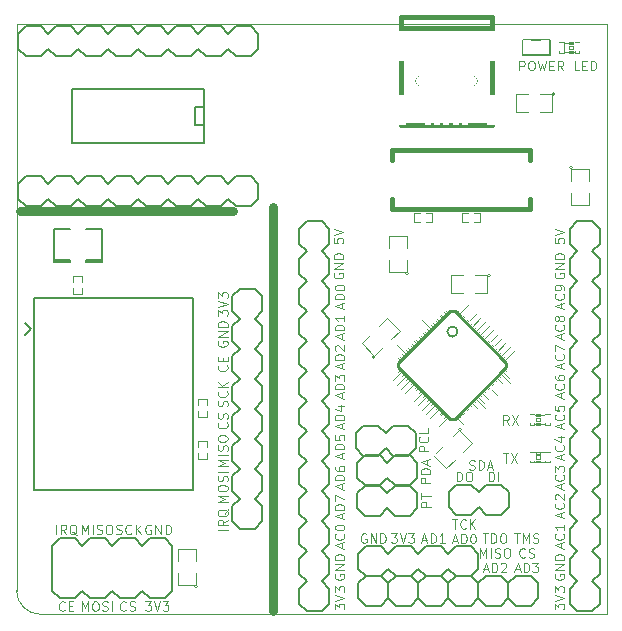
<source format=gto>
G04 (created by PCBNEW (2013-mar-13)-testing) date Thu 22 Aug 2013 04:52:17 PM WEST*
%MOIN*%
G04 Gerber Fmt 3.4, Leading zero omitted, Abs format*
%FSLAX34Y34*%
G01*
G70*
G90*
G04 APERTURE LIST*
%ADD10C,0.005906*%
%ADD11C,0.004724*%
%ADD12C,0.003937*%
%ADD13C,0.031496*%
%ADD14C,0.015000*%
%ADD15C,0.002800*%
%ADD16C,0.003900*%
%ADD17C,0.006000*%
%ADD18C,0.005000*%
%ADD19C,0.008000*%
%ADD20C,0.002600*%
%ADD21C,0.004000*%
%ADD22C,0.010000*%
%ADD23R,0.059055X0.059055*%
%ADD24C,0.035400*%
%ADD25R,0.019700X0.090600*%
%ADD26R,0.078700X0.098400*%
%ADD27R,0.023600X0.015700*%
%ADD28R,0.055000X0.035000*%
%ADD29O,0.074000X0.074000*%
%ADD30R,0.033400X0.086600*%
%ADD31R,0.039300X0.041300*%
%ADD32R,0.047200X0.027500*%
%ADD33R,0.027500X0.047200*%
%ADD34R,0.094400X0.074800*%
%ADD35R,0.047200X0.047200*%
%ADD36R,0.035000X0.055000*%
%ADD37R,0.015700X0.023600*%
%ADD38R,0.220500X0.082700*%
%ADD39R,0.031400X0.031400*%
%ADD40R,0.025000X0.045000*%
%ADD41R,0.020000X0.045000*%
G04 APERTURE END LIST*
G54D10*
G54D11*
X14197Y3970D02*
X13882Y3970D01*
X13882Y4090D01*
X13897Y4120D01*
X13912Y4135D01*
X13942Y4150D01*
X13987Y4150D01*
X14017Y4135D01*
X14032Y4120D01*
X14047Y4090D01*
X14047Y3970D01*
X13882Y4240D02*
X13882Y4420D01*
X14197Y4330D02*
X13882Y4330D01*
X16981Y3085D02*
X17161Y3085D01*
X17071Y2770D02*
X17071Y3085D01*
X17266Y2770D02*
X17266Y3085D01*
X17371Y2860D01*
X17476Y3085D01*
X17476Y2770D01*
X17611Y2785D02*
X17656Y2770D01*
X17731Y2770D01*
X17761Y2785D01*
X17776Y2800D01*
X17791Y2830D01*
X17791Y2860D01*
X17776Y2890D01*
X17761Y2905D01*
X17731Y2920D01*
X17671Y2935D01*
X17641Y2950D01*
X17626Y2965D01*
X17611Y2995D01*
X17611Y3025D01*
X17626Y3055D01*
X17641Y3070D01*
X17671Y3085D01*
X17746Y3085D01*
X17791Y3070D01*
X17349Y2312D02*
X17334Y2297D01*
X17289Y2282D01*
X17259Y2282D01*
X17214Y2297D01*
X17184Y2327D01*
X17169Y2357D01*
X17154Y2417D01*
X17154Y2462D01*
X17169Y2522D01*
X17184Y2552D01*
X17214Y2582D01*
X17259Y2597D01*
X17289Y2597D01*
X17334Y2582D01*
X17349Y2567D01*
X17469Y2297D02*
X17514Y2282D01*
X17589Y2282D01*
X17619Y2297D01*
X17634Y2312D01*
X17649Y2342D01*
X17649Y2372D01*
X17634Y2402D01*
X17619Y2417D01*
X17589Y2432D01*
X17529Y2447D01*
X17499Y2462D01*
X17484Y2477D01*
X17469Y2507D01*
X17469Y2537D01*
X17484Y2567D01*
X17499Y2582D01*
X17529Y2597D01*
X17604Y2597D01*
X17649Y2582D01*
X17019Y1884D02*
X17169Y1884D01*
X16989Y1794D02*
X17094Y2109D01*
X17199Y1794D01*
X17304Y1794D02*
X17304Y2109D01*
X17379Y2109D01*
X17424Y2094D01*
X17454Y2064D01*
X17469Y2034D01*
X17484Y1974D01*
X17484Y1929D01*
X17469Y1869D01*
X17454Y1839D01*
X17424Y1809D01*
X17379Y1794D01*
X17304Y1794D01*
X17589Y2109D02*
X17784Y2109D01*
X17679Y1989D01*
X17724Y1989D01*
X17754Y1974D01*
X17769Y1959D01*
X17784Y1929D01*
X17784Y1854D01*
X17769Y1824D01*
X17754Y1809D01*
X17724Y1794D01*
X17634Y1794D01*
X17604Y1809D01*
X17589Y1824D01*
X15926Y3085D02*
X16106Y3085D01*
X16016Y2770D02*
X16016Y3085D01*
X16211Y2770D02*
X16211Y3085D01*
X16286Y3085D01*
X16331Y3070D01*
X16361Y3040D01*
X16376Y3010D01*
X16391Y2950D01*
X16391Y2905D01*
X16376Y2845D01*
X16361Y2815D01*
X16331Y2785D01*
X16286Y2770D01*
X16211Y2770D01*
X16586Y3085D02*
X16646Y3085D01*
X16676Y3070D01*
X16706Y3040D01*
X16721Y2980D01*
X16721Y2875D01*
X16706Y2815D01*
X16676Y2785D01*
X16646Y2770D01*
X16586Y2770D01*
X16556Y2785D01*
X16526Y2815D01*
X16511Y2875D01*
X16511Y2980D01*
X16526Y3040D01*
X16556Y3070D01*
X16586Y3085D01*
X15843Y2282D02*
X15843Y2597D01*
X15948Y2372D01*
X16053Y2597D01*
X16053Y2282D01*
X16203Y2282D02*
X16203Y2597D01*
X16338Y2297D02*
X16383Y2282D01*
X16458Y2282D01*
X16488Y2297D01*
X16503Y2312D01*
X16518Y2342D01*
X16518Y2372D01*
X16503Y2402D01*
X16488Y2417D01*
X16458Y2432D01*
X16398Y2447D01*
X16368Y2462D01*
X16353Y2477D01*
X16338Y2507D01*
X16338Y2537D01*
X16353Y2567D01*
X16368Y2582D01*
X16398Y2597D01*
X16473Y2597D01*
X16518Y2582D01*
X16713Y2597D02*
X16773Y2597D01*
X16803Y2582D01*
X16833Y2552D01*
X16848Y2492D01*
X16848Y2387D01*
X16833Y2327D01*
X16803Y2297D01*
X16773Y2282D01*
X16713Y2282D01*
X16683Y2297D01*
X16653Y2327D01*
X16638Y2387D01*
X16638Y2492D01*
X16653Y2552D01*
X16683Y2582D01*
X16713Y2597D01*
X15956Y1884D02*
X16106Y1884D01*
X15926Y1794D02*
X16031Y2109D01*
X16136Y1794D01*
X16241Y1794D02*
X16241Y2109D01*
X16316Y2109D01*
X16361Y2094D01*
X16391Y2064D01*
X16406Y2034D01*
X16421Y1974D01*
X16421Y1929D01*
X16406Y1869D01*
X16391Y1839D01*
X16361Y1809D01*
X16316Y1794D01*
X16241Y1794D01*
X16541Y2079D02*
X16556Y2094D01*
X16586Y2109D01*
X16661Y2109D01*
X16691Y2094D01*
X16706Y2079D01*
X16721Y2049D01*
X16721Y2019D01*
X16706Y1974D01*
X16526Y1794D01*
X16721Y1794D01*
X14910Y3558D02*
X15089Y3558D01*
X15000Y3243D02*
X15000Y3558D01*
X15374Y3273D02*
X15359Y3258D01*
X15314Y3243D01*
X15284Y3243D01*
X15239Y3258D01*
X15209Y3288D01*
X15194Y3318D01*
X15179Y3378D01*
X15179Y3423D01*
X15194Y3483D01*
X15209Y3513D01*
X15239Y3543D01*
X15284Y3558D01*
X15314Y3558D01*
X15359Y3543D01*
X15374Y3528D01*
X15509Y3243D02*
X15509Y3558D01*
X15689Y3243D02*
X15554Y3423D01*
X15689Y3558D02*
X15509Y3378D01*
X14932Y2845D02*
X15082Y2845D01*
X14902Y2755D02*
X15007Y3070D01*
X15112Y2755D01*
X15217Y2755D02*
X15217Y3070D01*
X15292Y3070D01*
X15337Y3055D01*
X15367Y3025D01*
X15382Y2995D01*
X15397Y2935D01*
X15397Y2890D01*
X15382Y2830D01*
X15367Y2800D01*
X15337Y2770D01*
X15292Y2755D01*
X15217Y2755D01*
X15592Y3070D02*
X15622Y3070D01*
X15652Y3055D01*
X15667Y3040D01*
X15682Y3010D01*
X15697Y2950D01*
X15697Y2875D01*
X15682Y2815D01*
X15667Y2785D01*
X15652Y2770D01*
X15622Y2755D01*
X15592Y2755D01*
X15562Y2770D01*
X15547Y2785D01*
X15532Y2815D01*
X15517Y2875D01*
X15517Y2950D01*
X15532Y3010D01*
X15547Y3040D01*
X15562Y3055D01*
X15592Y3070D01*
X13908Y2860D02*
X14058Y2860D01*
X13878Y2770D02*
X13983Y3085D01*
X14088Y2770D01*
X14193Y2770D02*
X14193Y3085D01*
X14268Y3085D01*
X14313Y3070D01*
X14343Y3040D01*
X14358Y3010D01*
X14373Y2950D01*
X14373Y2905D01*
X14358Y2845D01*
X14343Y2815D01*
X14313Y2785D01*
X14268Y2770D01*
X14193Y2770D01*
X14673Y2770D02*
X14493Y2770D01*
X14583Y2770D02*
X14583Y3085D01*
X14553Y3040D01*
X14523Y3010D01*
X14493Y2995D01*
X12877Y3085D02*
X13072Y3085D01*
X12967Y2965D01*
X13012Y2965D01*
X13042Y2950D01*
X13057Y2935D01*
X13072Y2905D01*
X13072Y2830D01*
X13057Y2800D01*
X13042Y2785D01*
X13012Y2770D01*
X12922Y2770D01*
X12892Y2785D01*
X12877Y2800D01*
X13162Y3085D02*
X13267Y2770D01*
X13372Y3085D01*
X13447Y3085D02*
X13642Y3085D01*
X13537Y2965D01*
X13582Y2965D01*
X13612Y2950D01*
X13627Y2935D01*
X13642Y2905D01*
X13642Y2830D01*
X13627Y2800D01*
X13612Y2785D01*
X13582Y2770D01*
X13492Y2770D01*
X13462Y2785D01*
X13447Y2800D01*
X12043Y3070D02*
X12013Y3085D01*
X11968Y3085D01*
X11923Y3070D01*
X11893Y3040D01*
X11878Y3010D01*
X11863Y2950D01*
X11863Y2905D01*
X11878Y2845D01*
X11893Y2815D01*
X11923Y2785D01*
X11968Y2770D01*
X11998Y2770D01*
X12043Y2785D01*
X12058Y2800D01*
X12058Y2905D01*
X11998Y2905D01*
X12193Y2770D02*
X12193Y3085D01*
X12373Y2770D01*
X12373Y3085D01*
X12523Y2770D02*
X12523Y3085D01*
X12598Y3085D01*
X12643Y3070D01*
X12673Y3040D01*
X12688Y3010D01*
X12703Y2950D01*
X12703Y2905D01*
X12688Y2845D01*
X12673Y2815D01*
X12643Y2785D01*
X12598Y2770D01*
X12523Y2770D01*
X16141Y4818D02*
X16141Y5133D01*
X16216Y5133D01*
X16261Y5118D01*
X16291Y5088D01*
X16306Y5058D01*
X16321Y4998D01*
X16321Y4953D01*
X16306Y4893D01*
X16291Y4863D01*
X16261Y4833D01*
X16216Y4818D01*
X16141Y4818D01*
X16456Y4818D02*
X16456Y5133D01*
X15067Y4818D02*
X15067Y5133D01*
X15142Y5133D01*
X15187Y5118D01*
X15217Y5088D01*
X15232Y5058D01*
X15247Y4998D01*
X15247Y4953D01*
X15232Y4893D01*
X15217Y4863D01*
X15187Y4833D01*
X15142Y4818D01*
X15067Y4818D01*
X15442Y5133D02*
X15502Y5133D01*
X15532Y5118D01*
X15562Y5088D01*
X15577Y5028D01*
X15577Y4923D01*
X15562Y4863D01*
X15532Y4833D01*
X15502Y4818D01*
X15442Y4818D01*
X15412Y4833D01*
X15382Y4863D01*
X15367Y4923D01*
X15367Y5028D01*
X15382Y5088D01*
X15412Y5118D01*
X15442Y5133D01*
X15483Y5226D02*
X15528Y5211D01*
X15603Y5211D01*
X15633Y5226D01*
X15648Y5241D01*
X15663Y5271D01*
X15663Y5301D01*
X15648Y5331D01*
X15633Y5346D01*
X15603Y5361D01*
X15543Y5376D01*
X15513Y5391D01*
X15498Y5406D01*
X15483Y5436D01*
X15483Y5466D01*
X15498Y5496D01*
X15513Y5511D01*
X15543Y5526D01*
X15618Y5526D01*
X15663Y5511D01*
X15798Y5211D02*
X15798Y5526D01*
X15873Y5526D01*
X15918Y5511D01*
X15948Y5481D01*
X15963Y5451D01*
X15978Y5391D01*
X15978Y5346D01*
X15963Y5286D01*
X15948Y5256D01*
X15918Y5226D01*
X15873Y5211D01*
X15798Y5211D01*
X16098Y5301D02*
X16248Y5301D01*
X16068Y5211D02*
X16173Y5526D01*
X16278Y5211D01*
X14173Y4762D02*
X13858Y4762D01*
X13858Y4882D01*
X13873Y4912D01*
X13888Y4927D01*
X13918Y4942D01*
X13963Y4942D01*
X13993Y4927D01*
X14008Y4912D01*
X14023Y4882D01*
X14023Y4762D01*
X14173Y5077D02*
X13858Y5077D01*
X13858Y5152D01*
X13873Y5197D01*
X13903Y5227D01*
X13933Y5242D01*
X13993Y5257D01*
X14038Y5257D01*
X14098Y5242D01*
X14128Y5227D01*
X14158Y5197D01*
X14173Y5152D01*
X14173Y5077D01*
X14083Y5377D02*
X14083Y5527D01*
X14173Y5347D02*
X13858Y5452D01*
X14173Y5557D01*
X14123Y5820D02*
X13808Y5820D01*
X13808Y5940D01*
X13823Y5970D01*
X13838Y5985D01*
X13868Y6000D01*
X13913Y6000D01*
X13943Y5985D01*
X13958Y5970D01*
X13973Y5940D01*
X13973Y5820D01*
X14093Y6315D02*
X14108Y6300D01*
X14123Y6255D01*
X14123Y6225D01*
X14108Y6180D01*
X14078Y6150D01*
X14048Y6135D01*
X13988Y6120D01*
X13943Y6120D01*
X13883Y6135D01*
X13853Y6150D01*
X13823Y6180D01*
X13808Y6225D01*
X13808Y6255D01*
X13823Y6300D01*
X13838Y6315D01*
X14123Y6600D02*
X14123Y6450D01*
X13808Y6450D01*
X16610Y5763D02*
X16790Y5763D01*
X16700Y5448D02*
X16700Y5763D01*
X16865Y5763D02*
X17075Y5448D01*
X17075Y5763D02*
X16865Y5448D01*
X16797Y6707D02*
X16692Y6857D01*
X16617Y6707D02*
X16617Y7022D01*
X16737Y7022D01*
X16767Y7007D01*
X16782Y6992D01*
X16797Y6962D01*
X16797Y6917D01*
X16782Y6887D01*
X16767Y6872D01*
X16737Y6857D01*
X16617Y6857D01*
X16902Y7022D02*
X17112Y6707D01*
X17112Y7022D02*
X16902Y6707D01*
X17150Y18518D02*
X17150Y18833D01*
X17270Y18833D01*
X17300Y18818D01*
X17315Y18803D01*
X17330Y18773D01*
X17330Y18728D01*
X17315Y18698D01*
X17300Y18683D01*
X17270Y18668D01*
X17150Y18668D01*
X17525Y18833D02*
X17585Y18833D01*
X17615Y18818D01*
X17645Y18788D01*
X17660Y18728D01*
X17660Y18623D01*
X17645Y18563D01*
X17615Y18533D01*
X17585Y18518D01*
X17525Y18518D01*
X17495Y18533D01*
X17465Y18563D01*
X17450Y18623D01*
X17450Y18728D01*
X17465Y18788D01*
X17495Y18818D01*
X17525Y18833D01*
X17765Y18833D02*
X17840Y18518D01*
X17900Y18743D01*
X17960Y18518D01*
X18035Y18833D01*
X18155Y18683D02*
X18260Y18683D01*
X18305Y18518D02*
X18155Y18518D01*
X18155Y18833D01*
X18305Y18833D01*
X18620Y18518D02*
X18515Y18668D01*
X18440Y18518D02*
X18440Y18833D01*
X18560Y18833D01*
X18590Y18818D01*
X18605Y18803D01*
X18620Y18773D01*
X18620Y18728D01*
X18605Y18698D01*
X18590Y18683D01*
X18560Y18668D01*
X18440Y18668D01*
X19145Y18518D02*
X18995Y18518D01*
X18995Y18833D01*
X19250Y18683D02*
X19355Y18683D01*
X19400Y18518D02*
X19250Y18518D01*
X19250Y18833D01*
X19400Y18833D01*
X19535Y18518D02*
X19535Y18833D01*
X19610Y18833D01*
X19655Y18818D01*
X19685Y18788D01*
X19700Y18758D01*
X19715Y18698D01*
X19715Y18653D01*
X19700Y18593D01*
X19685Y18563D01*
X19655Y18533D01*
X19610Y18518D01*
X19535Y18518D01*
X11233Y10601D02*
X11233Y10751D01*
X11323Y10571D02*
X11008Y10676D01*
X11323Y10781D01*
X11323Y10886D02*
X11008Y10886D01*
X11008Y10961D01*
X11023Y11006D01*
X11053Y11036D01*
X11083Y11051D01*
X11143Y11066D01*
X11188Y11066D01*
X11248Y11051D01*
X11278Y11036D01*
X11308Y11006D01*
X11323Y10961D01*
X11323Y10886D01*
X11008Y11261D02*
X11008Y11291D01*
X11023Y11321D01*
X11038Y11336D01*
X11068Y11351D01*
X11128Y11366D01*
X11203Y11366D01*
X11263Y11351D01*
X11293Y11336D01*
X11308Y11321D01*
X11323Y11291D01*
X11323Y11261D01*
X11308Y11231D01*
X11293Y11216D01*
X11263Y11201D01*
X11203Y11186D01*
X11128Y11186D01*
X11068Y11201D01*
X11038Y11216D01*
X11023Y11231D01*
X11008Y11261D01*
X11233Y9578D02*
X11233Y9728D01*
X11323Y9548D02*
X11008Y9653D01*
X11323Y9758D01*
X11323Y9863D02*
X11008Y9863D01*
X11008Y9938D01*
X11023Y9983D01*
X11053Y10013D01*
X11083Y10028D01*
X11143Y10043D01*
X11188Y10043D01*
X11248Y10028D01*
X11278Y10013D01*
X11308Y9983D01*
X11323Y9938D01*
X11323Y9863D01*
X11323Y10343D02*
X11323Y10163D01*
X11323Y10253D02*
X11008Y10253D01*
X11053Y10223D01*
X11083Y10193D01*
X11098Y10163D01*
X11233Y8593D02*
X11233Y8743D01*
X11323Y8563D02*
X11008Y8668D01*
X11323Y8773D01*
X11323Y8878D02*
X11008Y8878D01*
X11008Y8953D01*
X11023Y8998D01*
X11053Y9028D01*
X11083Y9043D01*
X11143Y9058D01*
X11188Y9058D01*
X11248Y9043D01*
X11278Y9028D01*
X11308Y8998D01*
X11323Y8953D01*
X11323Y8878D01*
X11038Y9178D02*
X11023Y9193D01*
X11008Y9223D01*
X11008Y9298D01*
X11023Y9328D01*
X11038Y9343D01*
X11068Y9358D01*
X11098Y9358D01*
X11143Y9343D01*
X11323Y9163D01*
X11323Y9358D01*
X11233Y7609D02*
X11233Y7759D01*
X11323Y7579D02*
X11008Y7684D01*
X11323Y7789D01*
X11323Y7894D02*
X11008Y7894D01*
X11008Y7969D01*
X11023Y8014D01*
X11053Y8044D01*
X11083Y8059D01*
X11143Y8074D01*
X11188Y8074D01*
X11248Y8059D01*
X11278Y8044D01*
X11308Y8014D01*
X11323Y7969D01*
X11323Y7894D01*
X11008Y8179D02*
X11008Y8374D01*
X11128Y8269D01*
X11128Y8314D01*
X11143Y8344D01*
X11158Y8359D01*
X11188Y8374D01*
X11263Y8374D01*
X11293Y8359D01*
X11308Y8344D01*
X11323Y8314D01*
X11323Y8224D01*
X11308Y8194D01*
X11293Y8179D01*
X11233Y6586D02*
X11233Y6736D01*
X11323Y6556D02*
X11008Y6661D01*
X11323Y6766D01*
X11323Y6871D02*
X11008Y6871D01*
X11008Y6946D01*
X11023Y6991D01*
X11053Y7020D01*
X11083Y7035D01*
X11143Y7050D01*
X11188Y7050D01*
X11248Y7035D01*
X11278Y7020D01*
X11308Y6991D01*
X11323Y6946D01*
X11323Y6871D01*
X11113Y7320D02*
X11323Y7320D01*
X10993Y7245D02*
X11218Y7170D01*
X11218Y7365D01*
X11233Y5601D02*
X11233Y5751D01*
X11323Y5571D02*
X11008Y5676D01*
X11323Y5781D01*
X11323Y5886D02*
X11008Y5886D01*
X11008Y5961D01*
X11023Y6006D01*
X11053Y6036D01*
X11083Y6051D01*
X11143Y6066D01*
X11188Y6066D01*
X11248Y6051D01*
X11278Y6036D01*
X11308Y6006D01*
X11323Y5961D01*
X11323Y5886D01*
X11008Y6351D02*
X11008Y6201D01*
X11158Y6186D01*
X11143Y6201D01*
X11128Y6231D01*
X11128Y6306D01*
X11143Y6336D01*
X11158Y6351D01*
X11188Y6366D01*
X11263Y6366D01*
X11293Y6351D01*
X11308Y6336D01*
X11323Y6306D01*
X11323Y6231D01*
X11308Y6201D01*
X11293Y6186D01*
X11233Y4578D02*
X11233Y4728D01*
X11323Y4548D02*
X11008Y4653D01*
X11323Y4758D01*
X11323Y4863D02*
X11008Y4863D01*
X11008Y4938D01*
X11023Y4983D01*
X11053Y5013D01*
X11083Y5028D01*
X11143Y5043D01*
X11188Y5043D01*
X11248Y5028D01*
X11278Y5013D01*
X11308Y4983D01*
X11323Y4938D01*
X11323Y4863D01*
X11008Y5313D02*
X11008Y5253D01*
X11023Y5223D01*
X11038Y5208D01*
X11083Y5178D01*
X11143Y5163D01*
X11263Y5163D01*
X11293Y5178D01*
X11308Y5193D01*
X11323Y5223D01*
X11323Y5283D01*
X11308Y5313D01*
X11293Y5328D01*
X11263Y5343D01*
X11188Y5343D01*
X11158Y5328D01*
X11143Y5313D01*
X11128Y5283D01*
X11128Y5223D01*
X11143Y5193D01*
X11158Y5178D01*
X11188Y5163D01*
X11233Y3593D02*
X11233Y3743D01*
X11323Y3563D02*
X11008Y3668D01*
X11323Y3773D01*
X11323Y3878D02*
X11008Y3878D01*
X11008Y3953D01*
X11023Y3998D01*
X11053Y4028D01*
X11083Y4043D01*
X11143Y4058D01*
X11188Y4058D01*
X11248Y4043D01*
X11278Y4028D01*
X11308Y3998D01*
X11323Y3953D01*
X11323Y3878D01*
X11008Y4163D02*
X11008Y4373D01*
X11323Y4238D01*
X11233Y2609D02*
X11233Y2759D01*
X11323Y2579D02*
X11008Y2684D01*
X11323Y2789D01*
X11293Y3074D02*
X11308Y3059D01*
X11323Y3014D01*
X11323Y2984D01*
X11308Y2939D01*
X11278Y2909D01*
X11248Y2894D01*
X11188Y2879D01*
X11143Y2879D01*
X11083Y2894D01*
X11053Y2909D01*
X11023Y2939D01*
X11008Y2984D01*
X11008Y3014D01*
X11023Y3059D01*
X11038Y3074D01*
X11008Y3269D02*
X11008Y3299D01*
X11023Y3329D01*
X11038Y3344D01*
X11068Y3359D01*
X11128Y3374D01*
X11203Y3374D01*
X11263Y3359D01*
X11293Y3344D01*
X11308Y3329D01*
X11323Y3299D01*
X11323Y3269D01*
X11308Y3239D01*
X11293Y3224D01*
X11263Y3209D01*
X11203Y3194D01*
X11128Y3194D01*
X11068Y3209D01*
X11038Y3224D01*
X11023Y3239D01*
X11008Y3269D01*
X11008Y554D02*
X11008Y749D01*
X11128Y644D01*
X11128Y689D01*
X11143Y719D01*
X11158Y734D01*
X11188Y749D01*
X11263Y749D01*
X11293Y734D01*
X11308Y719D01*
X11323Y689D01*
X11323Y599D01*
X11308Y569D01*
X11293Y554D01*
X11008Y839D02*
X11323Y944D01*
X11008Y1049D01*
X11008Y1124D02*
X11008Y1319D01*
X11128Y1214D01*
X11128Y1259D01*
X11143Y1289D01*
X11158Y1304D01*
X11188Y1319D01*
X11263Y1319D01*
X11293Y1304D01*
X11308Y1289D01*
X11323Y1259D01*
X11323Y1169D01*
X11308Y1139D01*
X11293Y1124D01*
X11023Y1728D02*
X11008Y1698D01*
X11008Y1653D01*
X11023Y1608D01*
X11053Y1578D01*
X11083Y1563D01*
X11143Y1548D01*
X11188Y1548D01*
X11248Y1563D01*
X11278Y1578D01*
X11308Y1608D01*
X11323Y1653D01*
X11323Y1683D01*
X11308Y1728D01*
X11293Y1743D01*
X11188Y1743D01*
X11188Y1683D01*
X11323Y1878D02*
X11008Y1878D01*
X11323Y2058D01*
X11008Y2058D01*
X11323Y2208D02*
X11008Y2208D01*
X11008Y2283D01*
X11023Y2328D01*
X11053Y2358D01*
X11083Y2373D01*
X11143Y2388D01*
X11188Y2388D01*
X11248Y2373D01*
X11278Y2358D01*
X11308Y2328D01*
X11323Y2283D01*
X11323Y2208D01*
X10984Y11767D02*
X10969Y11737D01*
X10969Y11692D01*
X10984Y11647D01*
X11014Y11617D01*
X11044Y11602D01*
X11104Y11587D01*
X11149Y11587D01*
X11209Y11602D01*
X11239Y11617D01*
X11269Y11647D01*
X11284Y11692D01*
X11284Y11722D01*
X11269Y11767D01*
X11254Y11782D01*
X11149Y11782D01*
X11149Y11722D01*
X11284Y11917D02*
X10969Y11917D01*
X11284Y12097D01*
X10969Y12097D01*
X11284Y12247D02*
X10969Y12247D01*
X10969Y12322D01*
X10984Y12367D01*
X11014Y12397D01*
X11044Y12412D01*
X11104Y12427D01*
X11149Y12427D01*
X11209Y12412D01*
X11239Y12397D01*
X11269Y12367D01*
X11284Y12322D01*
X11284Y12247D01*
X18331Y554D02*
X18331Y749D01*
X18451Y644D01*
X18451Y689D01*
X18466Y719D01*
X18481Y734D01*
X18511Y749D01*
X18586Y749D01*
X18616Y734D01*
X18631Y719D01*
X18646Y689D01*
X18646Y599D01*
X18631Y569D01*
X18616Y554D01*
X18331Y839D02*
X18646Y944D01*
X18331Y1049D01*
X18331Y1124D02*
X18331Y1319D01*
X18451Y1214D01*
X18451Y1259D01*
X18466Y1289D01*
X18481Y1304D01*
X18511Y1319D01*
X18586Y1319D01*
X18616Y1304D01*
X18631Y1289D01*
X18646Y1259D01*
X18646Y1169D01*
X18631Y1139D01*
X18616Y1124D01*
X18346Y1728D02*
X18331Y1698D01*
X18331Y1653D01*
X18346Y1608D01*
X18376Y1578D01*
X18406Y1563D01*
X18466Y1548D01*
X18511Y1548D01*
X18571Y1563D01*
X18601Y1578D01*
X18631Y1608D01*
X18646Y1653D01*
X18646Y1683D01*
X18631Y1728D01*
X18616Y1743D01*
X18511Y1743D01*
X18511Y1683D01*
X18646Y1878D02*
X18331Y1878D01*
X18646Y2058D01*
X18331Y2058D01*
X18646Y2208D02*
X18331Y2208D01*
X18331Y2283D01*
X18346Y2328D01*
X18376Y2358D01*
X18406Y2373D01*
X18466Y2388D01*
X18511Y2388D01*
X18571Y2373D01*
X18601Y2358D01*
X18631Y2328D01*
X18646Y2283D01*
X18646Y2208D01*
X18556Y2609D02*
X18556Y2759D01*
X18646Y2579D02*
X18331Y2684D01*
X18646Y2789D01*
X18616Y3074D02*
X18631Y3059D01*
X18646Y3014D01*
X18646Y2984D01*
X18631Y2939D01*
X18601Y2909D01*
X18571Y2894D01*
X18511Y2879D01*
X18466Y2879D01*
X18406Y2894D01*
X18376Y2909D01*
X18346Y2939D01*
X18331Y2984D01*
X18331Y3014D01*
X18346Y3059D01*
X18361Y3074D01*
X18646Y3374D02*
X18646Y3194D01*
X18646Y3284D02*
X18331Y3284D01*
X18376Y3254D01*
X18406Y3224D01*
X18421Y3194D01*
X18556Y3633D02*
X18556Y3783D01*
X18646Y3603D02*
X18331Y3708D01*
X18646Y3813D01*
X18616Y4098D02*
X18631Y4083D01*
X18646Y4038D01*
X18646Y4008D01*
X18631Y3963D01*
X18601Y3933D01*
X18571Y3918D01*
X18511Y3903D01*
X18466Y3903D01*
X18406Y3918D01*
X18376Y3933D01*
X18346Y3963D01*
X18331Y4008D01*
X18331Y4038D01*
X18346Y4083D01*
X18361Y4098D01*
X18361Y4218D02*
X18346Y4233D01*
X18331Y4263D01*
X18331Y4338D01*
X18346Y4368D01*
X18361Y4383D01*
X18391Y4398D01*
X18421Y4398D01*
X18466Y4383D01*
X18646Y4203D01*
X18646Y4398D01*
X18556Y4578D02*
X18556Y4728D01*
X18646Y4548D02*
X18331Y4653D01*
X18646Y4758D01*
X18616Y5043D02*
X18631Y5028D01*
X18646Y4983D01*
X18646Y4953D01*
X18631Y4908D01*
X18601Y4878D01*
X18571Y4863D01*
X18511Y4848D01*
X18466Y4848D01*
X18406Y4863D01*
X18376Y4878D01*
X18346Y4908D01*
X18331Y4953D01*
X18331Y4983D01*
X18346Y5028D01*
X18361Y5043D01*
X18331Y5148D02*
X18331Y5343D01*
X18451Y5238D01*
X18451Y5283D01*
X18466Y5313D01*
X18481Y5328D01*
X18511Y5343D01*
X18586Y5343D01*
X18616Y5328D01*
X18631Y5313D01*
X18646Y5283D01*
X18646Y5193D01*
X18631Y5163D01*
X18616Y5148D01*
X18556Y5562D02*
X18556Y5712D01*
X18646Y5532D02*
X18331Y5637D01*
X18646Y5742D01*
X18616Y6027D02*
X18631Y6012D01*
X18646Y5967D01*
X18646Y5937D01*
X18631Y5892D01*
X18601Y5862D01*
X18571Y5847D01*
X18511Y5832D01*
X18466Y5832D01*
X18406Y5847D01*
X18376Y5862D01*
X18346Y5892D01*
X18331Y5937D01*
X18331Y5967D01*
X18346Y6012D01*
X18361Y6027D01*
X18436Y6297D02*
X18646Y6297D01*
X18316Y6222D02*
X18541Y6147D01*
X18541Y6342D01*
X18556Y6586D02*
X18556Y6736D01*
X18646Y6556D02*
X18331Y6661D01*
X18646Y6766D01*
X18616Y7050D02*
X18631Y7035D01*
X18646Y6991D01*
X18646Y6961D01*
X18631Y6916D01*
X18601Y6886D01*
X18571Y6871D01*
X18511Y6856D01*
X18466Y6856D01*
X18406Y6871D01*
X18376Y6886D01*
X18346Y6916D01*
X18331Y6961D01*
X18331Y6991D01*
X18346Y7035D01*
X18361Y7050D01*
X18331Y7335D02*
X18331Y7185D01*
X18481Y7170D01*
X18466Y7185D01*
X18451Y7215D01*
X18451Y7290D01*
X18466Y7320D01*
X18481Y7335D01*
X18511Y7350D01*
X18586Y7350D01*
X18616Y7335D01*
X18631Y7320D01*
X18646Y7290D01*
X18646Y7215D01*
X18631Y7185D01*
X18616Y7170D01*
X18556Y7609D02*
X18556Y7759D01*
X18646Y7579D02*
X18331Y7684D01*
X18646Y7789D01*
X18616Y8074D02*
X18631Y8059D01*
X18646Y8014D01*
X18646Y7984D01*
X18631Y7939D01*
X18601Y7909D01*
X18571Y7894D01*
X18511Y7879D01*
X18466Y7879D01*
X18406Y7894D01*
X18376Y7909D01*
X18346Y7939D01*
X18331Y7984D01*
X18331Y8014D01*
X18346Y8059D01*
X18361Y8074D01*
X18331Y8344D02*
X18331Y8284D01*
X18346Y8254D01*
X18361Y8239D01*
X18406Y8209D01*
X18466Y8194D01*
X18586Y8194D01*
X18616Y8209D01*
X18631Y8224D01*
X18646Y8254D01*
X18646Y8314D01*
X18631Y8344D01*
X18616Y8359D01*
X18586Y8374D01*
X18511Y8374D01*
X18481Y8359D01*
X18466Y8344D01*
X18451Y8314D01*
X18451Y8254D01*
X18466Y8224D01*
X18481Y8209D01*
X18511Y8194D01*
X18556Y8593D02*
X18556Y8743D01*
X18646Y8563D02*
X18331Y8668D01*
X18646Y8773D01*
X18616Y9058D02*
X18631Y9043D01*
X18646Y8998D01*
X18646Y8968D01*
X18631Y8923D01*
X18601Y8893D01*
X18571Y8878D01*
X18511Y8863D01*
X18466Y8863D01*
X18406Y8878D01*
X18376Y8893D01*
X18346Y8923D01*
X18331Y8968D01*
X18331Y8998D01*
X18346Y9043D01*
X18361Y9058D01*
X18331Y9163D02*
X18331Y9373D01*
X18646Y9238D01*
X18556Y9578D02*
X18556Y9728D01*
X18646Y9548D02*
X18331Y9653D01*
X18646Y9758D01*
X18616Y10043D02*
X18631Y10028D01*
X18646Y9983D01*
X18646Y9953D01*
X18631Y9908D01*
X18601Y9878D01*
X18571Y9863D01*
X18511Y9848D01*
X18466Y9848D01*
X18406Y9863D01*
X18376Y9878D01*
X18346Y9908D01*
X18331Y9953D01*
X18331Y9983D01*
X18346Y10028D01*
X18361Y10043D01*
X18466Y10223D02*
X18451Y10193D01*
X18436Y10178D01*
X18406Y10163D01*
X18391Y10163D01*
X18361Y10178D01*
X18346Y10193D01*
X18331Y10223D01*
X18331Y10283D01*
X18346Y10313D01*
X18361Y10328D01*
X18391Y10343D01*
X18406Y10343D01*
X18436Y10328D01*
X18451Y10313D01*
X18466Y10283D01*
X18466Y10223D01*
X18481Y10193D01*
X18496Y10178D01*
X18526Y10163D01*
X18586Y10163D01*
X18616Y10178D01*
X18631Y10193D01*
X18646Y10223D01*
X18646Y10283D01*
X18631Y10313D01*
X18616Y10328D01*
X18586Y10343D01*
X18526Y10343D01*
X18496Y10328D01*
X18481Y10313D01*
X18466Y10283D01*
X18556Y10601D02*
X18556Y10751D01*
X18646Y10571D02*
X18331Y10676D01*
X18646Y10781D01*
X18616Y11066D02*
X18631Y11051D01*
X18646Y11006D01*
X18646Y10976D01*
X18631Y10931D01*
X18601Y10901D01*
X18571Y10886D01*
X18511Y10871D01*
X18466Y10871D01*
X18406Y10886D01*
X18376Y10901D01*
X18346Y10931D01*
X18331Y10976D01*
X18331Y11006D01*
X18346Y11051D01*
X18361Y11066D01*
X18646Y11216D02*
X18646Y11276D01*
X18631Y11306D01*
X18616Y11321D01*
X18571Y11351D01*
X18511Y11366D01*
X18391Y11366D01*
X18361Y11351D01*
X18346Y11336D01*
X18331Y11306D01*
X18331Y11246D01*
X18346Y11216D01*
X18361Y11201D01*
X18391Y11186D01*
X18466Y11186D01*
X18496Y11201D01*
X18511Y11216D01*
X18526Y11246D01*
X18526Y11306D01*
X18511Y11336D01*
X18496Y11351D01*
X18466Y11366D01*
X18346Y11767D02*
X18331Y11737D01*
X18331Y11692D01*
X18346Y11647D01*
X18376Y11617D01*
X18406Y11602D01*
X18466Y11587D01*
X18511Y11587D01*
X18571Y11602D01*
X18601Y11617D01*
X18631Y11647D01*
X18646Y11692D01*
X18646Y11722D01*
X18631Y11767D01*
X18616Y11782D01*
X18511Y11782D01*
X18511Y11722D01*
X18646Y11917D02*
X18331Y11917D01*
X18646Y12097D01*
X18331Y12097D01*
X18646Y12247D02*
X18331Y12247D01*
X18331Y12322D01*
X18346Y12367D01*
X18376Y12397D01*
X18406Y12412D01*
X18466Y12427D01*
X18511Y12427D01*
X18571Y12412D01*
X18601Y12397D01*
X18631Y12367D01*
X18646Y12322D01*
X18646Y12247D01*
X18331Y12932D02*
X18331Y12782D01*
X18481Y12767D01*
X18466Y12782D01*
X18451Y12812D01*
X18451Y12887D01*
X18466Y12917D01*
X18481Y12932D01*
X18511Y12947D01*
X18586Y12947D01*
X18616Y12932D01*
X18631Y12917D01*
X18646Y12887D01*
X18646Y12812D01*
X18631Y12782D01*
X18616Y12767D01*
X18331Y13037D02*
X18646Y13142D01*
X18331Y13247D01*
X10969Y12932D02*
X10969Y12782D01*
X11119Y12767D01*
X11104Y12782D01*
X11089Y12812D01*
X11089Y12887D01*
X11104Y12917D01*
X11119Y12932D01*
X11149Y12947D01*
X11224Y12947D01*
X11254Y12932D01*
X11269Y12917D01*
X11284Y12887D01*
X11284Y12812D01*
X11269Y12782D01*
X11254Y12767D01*
X10969Y13037D02*
X11284Y13142D01*
X10969Y13247D01*
X7410Y7326D02*
X7425Y7372D01*
X7425Y7448D01*
X7410Y7478D01*
X7395Y7493D01*
X7364Y7509D01*
X7334Y7509D01*
X7303Y7493D01*
X7288Y7478D01*
X7273Y7448D01*
X7258Y7387D01*
X7243Y7356D01*
X7227Y7341D01*
X7197Y7326D01*
X7166Y7326D01*
X7136Y7341D01*
X7121Y7356D01*
X7105Y7387D01*
X7105Y7463D01*
X7121Y7509D01*
X7395Y7829D02*
X7410Y7813D01*
X7425Y7768D01*
X7425Y7737D01*
X7410Y7692D01*
X7380Y7661D01*
X7349Y7646D01*
X7288Y7631D01*
X7243Y7631D01*
X7182Y7646D01*
X7151Y7661D01*
X7121Y7692D01*
X7105Y7737D01*
X7105Y7768D01*
X7121Y7813D01*
X7136Y7829D01*
X7425Y7966D02*
X7105Y7966D01*
X7425Y8149D02*
X7243Y8012D01*
X7105Y8149D02*
X7288Y7966D01*
X7425Y3210D02*
X7105Y3210D01*
X7425Y3545D02*
X7273Y3438D01*
X7425Y3362D02*
X7105Y3362D01*
X7105Y3484D01*
X7121Y3514D01*
X7136Y3530D01*
X7166Y3545D01*
X7212Y3545D01*
X7243Y3530D01*
X7258Y3514D01*
X7273Y3484D01*
X7273Y3362D01*
X7456Y3895D02*
X7441Y3865D01*
X7410Y3834D01*
X7364Y3789D01*
X7349Y3758D01*
X7349Y3728D01*
X7425Y3743D02*
X7410Y3713D01*
X7380Y3682D01*
X7319Y3667D01*
X7212Y3667D01*
X7151Y3682D01*
X7121Y3713D01*
X7105Y3743D01*
X7105Y3804D01*
X7121Y3834D01*
X7151Y3865D01*
X7212Y3880D01*
X7319Y3880D01*
X7380Y3865D01*
X7410Y3834D01*
X7425Y3804D01*
X7425Y3743D01*
X7425Y5334D02*
X7105Y5334D01*
X7334Y5441D01*
X7105Y5548D01*
X7425Y5548D01*
X7425Y5700D02*
X7105Y5700D01*
X7410Y5837D02*
X7425Y5883D01*
X7425Y5959D01*
X7410Y5990D01*
X7395Y6005D01*
X7364Y6020D01*
X7334Y6020D01*
X7303Y6005D01*
X7288Y5990D01*
X7273Y5959D01*
X7258Y5898D01*
X7243Y5868D01*
X7227Y5853D01*
X7197Y5837D01*
X7166Y5837D01*
X7136Y5853D01*
X7121Y5868D01*
X7105Y5898D01*
X7105Y5974D01*
X7121Y6020D01*
X7105Y6218D02*
X7105Y6279D01*
X7121Y6310D01*
X7151Y6340D01*
X7212Y6355D01*
X7319Y6355D01*
X7380Y6340D01*
X7410Y6310D01*
X7425Y6279D01*
X7425Y6218D01*
X7410Y6188D01*
X7380Y6157D01*
X7319Y6142D01*
X7212Y6142D01*
X7151Y6157D01*
X7121Y6188D01*
X7105Y6218D01*
X7395Y8692D02*
X7410Y8676D01*
X7425Y8631D01*
X7425Y8600D01*
X7410Y8554D01*
X7380Y8524D01*
X7349Y8509D01*
X7288Y8493D01*
X7243Y8493D01*
X7182Y8509D01*
X7151Y8524D01*
X7121Y8554D01*
X7105Y8600D01*
X7105Y8631D01*
X7121Y8676D01*
X7136Y8692D01*
X7258Y8829D02*
X7258Y8935D01*
X7425Y8981D02*
X7425Y8829D01*
X7105Y8829D01*
X7105Y8981D01*
X7425Y4134D02*
X7105Y4134D01*
X7334Y4241D01*
X7105Y4348D01*
X7425Y4348D01*
X7105Y4561D02*
X7105Y4622D01*
X7121Y4653D01*
X7151Y4683D01*
X7212Y4698D01*
X7319Y4698D01*
X7380Y4683D01*
X7410Y4653D01*
X7425Y4622D01*
X7425Y4561D01*
X7410Y4531D01*
X7380Y4500D01*
X7319Y4485D01*
X7212Y4485D01*
X7151Y4500D01*
X7121Y4531D01*
X7105Y4561D01*
X7410Y4820D02*
X7425Y4866D01*
X7425Y4942D01*
X7410Y4973D01*
X7395Y4988D01*
X7364Y5003D01*
X7334Y5003D01*
X7303Y4988D01*
X7288Y4973D01*
X7273Y4942D01*
X7258Y4881D01*
X7243Y4851D01*
X7227Y4835D01*
X7197Y4820D01*
X7166Y4820D01*
X7136Y4835D01*
X7121Y4851D01*
X7105Y4881D01*
X7105Y4957D01*
X7121Y5003D01*
X7425Y5140D02*
X7105Y5140D01*
X7395Y6784D02*
X7410Y6769D01*
X7425Y6723D01*
X7425Y6693D01*
X7410Y6647D01*
X7380Y6616D01*
X7349Y6601D01*
X7288Y6586D01*
X7243Y6586D01*
X7182Y6601D01*
X7151Y6616D01*
X7121Y6647D01*
X7105Y6693D01*
X7105Y6723D01*
X7121Y6769D01*
X7136Y6784D01*
X7410Y6906D02*
X7425Y6952D01*
X7425Y7028D01*
X7410Y7058D01*
X7395Y7073D01*
X7364Y7089D01*
X7334Y7089D01*
X7303Y7073D01*
X7288Y7058D01*
X7273Y7028D01*
X7258Y6967D01*
X7243Y6936D01*
X7227Y6921D01*
X7197Y6906D01*
X7166Y6906D01*
X7136Y6921D01*
X7121Y6936D01*
X7105Y6967D01*
X7105Y7043D01*
X7121Y7089D01*
X7105Y10341D02*
X7105Y10539D01*
X7227Y10433D01*
X7227Y10478D01*
X7243Y10509D01*
X7258Y10524D01*
X7288Y10539D01*
X7364Y10539D01*
X7395Y10524D01*
X7410Y10509D01*
X7425Y10478D01*
X7425Y10387D01*
X7410Y10356D01*
X7395Y10341D01*
X7105Y10631D02*
X7425Y10737D01*
X7105Y10844D01*
X7105Y10920D02*
X7105Y11118D01*
X7227Y11012D01*
X7227Y11057D01*
X7243Y11088D01*
X7258Y11103D01*
X7288Y11118D01*
X7364Y11118D01*
X7395Y11103D01*
X7410Y11088D01*
X7425Y11057D01*
X7425Y10966D01*
X7410Y10935D01*
X7395Y10920D01*
X7121Y9493D02*
X7105Y9463D01*
X7105Y9417D01*
X7121Y9372D01*
X7151Y9341D01*
X7182Y9326D01*
X7243Y9311D01*
X7288Y9311D01*
X7349Y9326D01*
X7380Y9341D01*
X7410Y9372D01*
X7425Y9417D01*
X7425Y9448D01*
X7410Y9493D01*
X7395Y9509D01*
X7288Y9509D01*
X7288Y9448D01*
X7425Y9646D02*
X7105Y9646D01*
X7425Y9829D01*
X7105Y9829D01*
X7425Y9981D02*
X7105Y9981D01*
X7105Y10057D01*
X7121Y10103D01*
X7151Y10133D01*
X7182Y10149D01*
X7243Y10164D01*
X7288Y10164D01*
X7349Y10149D01*
X7380Y10133D01*
X7410Y10103D01*
X7425Y10057D01*
X7425Y9981D01*
G54D12*
X1181Y393D02*
X20078Y393D01*
X393Y20078D02*
X393Y1181D01*
X393Y1181D02*
G75*
G03X1181Y393I787J0D01*
G74*
G01*
G54D11*
X3719Y3077D02*
X3764Y3062D01*
X3841Y3062D01*
X3871Y3077D01*
X3886Y3092D01*
X3902Y3123D01*
X3902Y3153D01*
X3886Y3184D01*
X3871Y3199D01*
X3841Y3214D01*
X3780Y3229D01*
X3749Y3245D01*
X3734Y3260D01*
X3719Y3290D01*
X3719Y3321D01*
X3734Y3351D01*
X3749Y3367D01*
X3780Y3382D01*
X3856Y3382D01*
X3902Y3367D01*
X4222Y3092D02*
X4206Y3077D01*
X4161Y3062D01*
X4130Y3062D01*
X4084Y3077D01*
X4054Y3108D01*
X4039Y3138D01*
X4024Y3199D01*
X4024Y3245D01*
X4039Y3306D01*
X4054Y3336D01*
X4084Y3367D01*
X4130Y3382D01*
X4161Y3382D01*
X4206Y3367D01*
X4222Y3351D01*
X4359Y3062D02*
X4359Y3382D01*
X4542Y3062D02*
X4404Y3245D01*
X4542Y3382D02*
X4359Y3199D01*
X1998Y533D02*
X1983Y518D01*
X1937Y503D01*
X1906Y503D01*
X1861Y518D01*
X1830Y548D01*
X1815Y579D01*
X1800Y640D01*
X1800Y686D01*
X1815Y747D01*
X1830Y777D01*
X1861Y808D01*
X1906Y823D01*
X1937Y823D01*
X1983Y808D01*
X1998Y792D01*
X2135Y670D02*
X2242Y670D01*
X2287Y503D02*
X2135Y503D01*
X2135Y823D01*
X2287Y823D01*
X2564Y503D02*
X2564Y823D01*
X2671Y594D01*
X2778Y823D01*
X2778Y503D01*
X2991Y823D02*
X3052Y823D01*
X3082Y808D01*
X3113Y777D01*
X3128Y716D01*
X3128Y609D01*
X3113Y548D01*
X3082Y518D01*
X3052Y503D01*
X2991Y503D01*
X2961Y518D01*
X2930Y548D01*
X2915Y609D01*
X2915Y716D01*
X2930Y777D01*
X2961Y808D01*
X2991Y823D01*
X3250Y518D02*
X3296Y503D01*
X3372Y503D01*
X3402Y518D01*
X3418Y533D01*
X3433Y564D01*
X3433Y594D01*
X3418Y625D01*
X3402Y640D01*
X3372Y655D01*
X3311Y670D01*
X3281Y686D01*
X3265Y701D01*
X3250Y731D01*
X3250Y762D01*
X3265Y792D01*
X3281Y808D01*
X3311Y823D01*
X3387Y823D01*
X3433Y808D01*
X3570Y503D02*
X3570Y823D01*
X4038Y533D02*
X4022Y518D01*
X3977Y503D01*
X3946Y503D01*
X3900Y518D01*
X3870Y548D01*
X3855Y579D01*
X3839Y640D01*
X3839Y686D01*
X3855Y747D01*
X3870Y777D01*
X3900Y808D01*
X3946Y823D01*
X3977Y823D01*
X4022Y808D01*
X4038Y792D01*
X4159Y518D02*
X4205Y503D01*
X4281Y503D01*
X4312Y518D01*
X4327Y533D01*
X4342Y564D01*
X4342Y594D01*
X4327Y625D01*
X4312Y640D01*
X4281Y655D01*
X4220Y670D01*
X4190Y686D01*
X4175Y701D01*
X4159Y731D01*
X4159Y762D01*
X4175Y792D01*
X4190Y808D01*
X4220Y823D01*
X4297Y823D01*
X4342Y808D01*
X4679Y823D02*
X4877Y823D01*
X4770Y701D01*
X4816Y701D01*
X4847Y686D01*
X4862Y670D01*
X4877Y640D01*
X4877Y564D01*
X4862Y533D01*
X4847Y518D01*
X4816Y503D01*
X4725Y503D01*
X4694Y518D01*
X4679Y533D01*
X4968Y823D02*
X5075Y503D01*
X5182Y823D01*
X5258Y823D02*
X5456Y823D01*
X5349Y701D01*
X5395Y701D01*
X5426Y686D01*
X5441Y670D01*
X5456Y640D01*
X5456Y564D01*
X5441Y533D01*
X5426Y518D01*
X5395Y503D01*
X5304Y503D01*
X5273Y518D01*
X5258Y533D01*
X4871Y3367D02*
X4840Y3382D01*
X4794Y3382D01*
X4749Y3367D01*
X4718Y3336D01*
X4703Y3306D01*
X4688Y3245D01*
X4688Y3199D01*
X4703Y3138D01*
X4718Y3108D01*
X4749Y3077D01*
X4794Y3062D01*
X4825Y3062D01*
X4871Y3077D01*
X4886Y3092D01*
X4886Y3199D01*
X4825Y3199D01*
X5023Y3062D02*
X5023Y3382D01*
X5206Y3062D01*
X5206Y3382D01*
X5358Y3062D02*
X5358Y3382D01*
X5434Y3382D01*
X5480Y3367D01*
X5511Y3336D01*
X5526Y3306D01*
X5541Y3245D01*
X5541Y3199D01*
X5526Y3138D01*
X5511Y3108D01*
X5480Y3077D01*
X5434Y3062D01*
X5358Y3062D01*
X2564Y3062D02*
X2564Y3382D01*
X2671Y3153D01*
X2778Y3382D01*
X2778Y3062D01*
X2930Y3062D02*
X2930Y3382D01*
X3067Y3077D02*
X3113Y3062D01*
X3189Y3062D01*
X3220Y3077D01*
X3235Y3092D01*
X3250Y3123D01*
X3250Y3153D01*
X3235Y3184D01*
X3220Y3199D01*
X3189Y3214D01*
X3128Y3229D01*
X3098Y3245D01*
X3082Y3260D01*
X3067Y3290D01*
X3067Y3321D01*
X3082Y3351D01*
X3098Y3367D01*
X3128Y3382D01*
X3204Y3382D01*
X3250Y3367D01*
X3448Y3382D02*
X3509Y3382D01*
X3540Y3367D01*
X3570Y3336D01*
X3585Y3275D01*
X3585Y3168D01*
X3570Y3108D01*
X3540Y3077D01*
X3509Y3062D01*
X3448Y3062D01*
X3418Y3077D01*
X3387Y3108D01*
X3372Y3168D01*
X3372Y3275D01*
X3387Y3336D01*
X3418Y3367D01*
X3448Y3382D01*
X1716Y3062D02*
X1716Y3382D01*
X2051Y3062D02*
X1945Y3214D01*
X1868Y3062D02*
X1868Y3382D01*
X1990Y3382D01*
X2021Y3367D01*
X2036Y3351D01*
X2051Y3321D01*
X2051Y3275D01*
X2036Y3245D01*
X2021Y3229D01*
X1990Y3214D01*
X1868Y3214D01*
X2402Y3031D02*
X2371Y3047D01*
X2341Y3077D01*
X2295Y3123D01*
X2265Y3138D01*
X2234Y3138D01*
X2249Y3062D02*
X2219Y3077D01*
X2188Y3108D01*
X2173Y3168D01*
X2173Y3275D01*
X2188Y3336D01*
X2219Y3367D01*
X2249Y3382D01*
X2310Y3382D01*
X2341Y3367D01*
X2371Y3336D01*
X2386Y3275D01*
X2386Y3168D01*
X2371Y3108D01*
X2341Y3077D01*
X2310Y3062D01*
X2249Y3062D01*
G54D13*
X8937Y13958D02*
X8937Y493D01*
X493Y13837D02*
X7619Y13837D01*
G54D12*
X20078Y20078D02*
X20078Y393D01*
X393Y20078D02*
X20078Y20078D01*
G54D14*
X16240Y19920D02*
X13208Y19920D01*
X16240Y20314D02*
X13208Y20314D01*
X13208Y20314D02*
X13208Y16692D01*
X13208Y16692D02*
X16240Y16692D01*
X16240Y16692D02*
X16240Y20314D01*
G54D15*
X2591Y11477D02*
X2591Y11677D01*
X2591Y11677D02*
X2291Y11677D01*
X2291Y11677D02*
X2291Y11477D01*
X2591Y11277D02*
X2591Y11077D01*
X2591Y11077D02*
X2291Y11077D01*
X2291Y11077D02*
X2291Y11277D01*
G54D16*
X6426Y1307D02*
G75*
G03X6426Y1307I-50J0D01*
G74*
G01*
X6376Y1757D02*
X6376Y1357D01*
X6376Y1357D02*
X5776Y1357D01*
X5776Y1357D02*
X5776Y1757D01*
X5776Y2157D02*
X5776Y2557D01*
X5776Y2557D02*
X6376Y2557D01*
X6376Y2557D02*
X6376Y2157D01*
G54D15*
X6456Y5772D02*
X6456Y5572D01*
X6456Y5572D02*
X6756Y5572D01*
X6756Y5572D02*
X6756Y5772D01*
X6456Y5972D02*
X6456Y6172D01*
X6456Y6172D02*
X6756Y6172D01*
X6756Y6172D02*
X6756Y5972D01*
X6751Y7352D02*
X6751Y7552D01*
X6751Y7552D02*
X6451Y7552D01*
X6451Y7552D02*
X6451Y7352D01*
X6751Y7152D02*
X6751Y6952D01*
X6751Y6952D02*
X6451Y6952D01*
X6451Y6952D02*
X6451Y7152D01*
G54D17*
X5581Y2682D02*
X5331Y2932D01*
X4831Y2932D02*
X4581Y2682D01*
X4581Y2682D02*
X4331Y2932D01*
X3831Y2932D02*
X3581Y2682D01*
X3581Y2682D02*
X3331Y2932D01*
X2831Y2932D02*
X2581Y2682D01*
X2581Y2682D02*
X2331Y2932D01*
X1831Y2932D02*
X1581Y2682D01*
X5581Y2682D02*
X5581Y1182D01*
X5581Y1182D02*
X5331Y932D01*
X5331Y932D02*
X4831Y932D01*
X4831Y932D02*
X4581Y1182D01*
X4581Y1182D02*
X4331Y932D01*
X4331Y932D02*
X3831Y932D01*
X3831Y932D02*
X3581Y1182D01*
X3581Y1182D02*
X3331Y932D01*
X3331Y932D02*
X2831Y932D01*
X2831Y932D02*
X2581Y1182D01*
X2581Y1182D02*
X2331Y932D01*
X2331Y932D02*
X1831Y932D01*
X1831Y932D02*
X1581Y1182D01*
X1581Y1182D02*
X1581Y2682D01*
X2331Y2932D02*
X1831Y2932D01*
X3331Y2932D02*
X2831Y2932D01*
X4331Y2932D02*
X3831Y2932D01*
X5331Y2932D02*
X4831Y2932D01*
G54D18*
X2716Y12206D02*
X3228Y12206D01*
X3228Y12206D02*
X3228Y13228D01*
X1654Y13228D02*
X1654Y12206D01*
X1654Y12206D02*
X2166Y12206D01*
X2716Y13228D02*
X3228Y13228D01*
X1654Y13228D02*
X2166Y13228D01*
X2716Y12166D02*
X3228Y12166D01*
X1654Y12166D02*
X2166Y12166D01*
X2716Y12127D02*
X3228Y12127D01*
X1654Y12127D02*
X2166Y12127D01*
X3228Y12127D02*
X3228Y12206D01*
X2716Y12127D02*
X2716Y12206D01*
X2166Y12127D02*
X2166Y12206D01*
X1654Y12127D02*
X1654Y12206D01*
X6278Y10940D02*
X6278Y4524D01*
X6278Y4524D02*
X964Y4524D01*
X964Y4524D02*
X964Y10940D01*
X964Y10940D02*
X6278Y10940D01*
X866Y9897D02*
X669Y10094D01*
X866Y9897D02*
X669Y9700D01*
G54D19*
X8581Y4987D02*
X8581Y4487D01*
X8581Y4487D02*
X8331Y4237D01*
X7831Y4237D02*
X7581Y4487D01*
X8331Y6237D02*
X8581Y5987D01*
X8581Y5987D02*
X8581Y5487D01*
X8581Y5487D02*
X8331Y5237D01*
X7831Y5237D02*
X7581Y5487D01*
X7581Y5487D02*
X7581Y5987D01*
X7581Y5987D02*
X7831Y6237D01*
X8581Y4987D02*
X8331Y5237D01*
X7831Y5237D02*
X7581Y4987D01*
X7581Y4487D02*
X7581Y4987D01*
X8581Y7987D02*
X8581Y7487D01*
X8581Y7487D02*
X8331Y7237D01*
X7831Y7237D02*
X7581Y7487D01*
X8331Y7237D02*
X8581Y6987D01*
X8581Y6987D02*
X8581Y6487D01*
X8581Y6487D02*
X8331Y6237D01*
X7831Y6237D02*
X7581Y6487D01*
X7581Y6487D02*
X7581Y6987D01*
X7581Y6987D02*
X7831Y7237D01*
X8331Y9237D02*
X8581Y8987D01*
X8581Y8987D02*
X8581Y8487D01*
X8581Y8487D02*
X8331Y8237D01*
X7831Y8237D02*
X7581Y8487D01*
X7581Y8487D02*
X7581Y8987D01*
X7581Y8987D02*
X7831Y9237D01*
X8581Y7987D02*
X8331Y8237D01*
X7831Y8237D02*
X7581Y7987D01*
X7581Y7487D02*
X7581Y7987D01*
X8581Y10987D02*
X8581Y10487D01*
X8581Y10487D02*
X8331Y10237D01*
X7831Y10237D02*
X7581Y10487D01*
X8331Y10237D02*
X8581Y9987D01*
X8581Y9987D02*
X8581Y9487D01*
X8581Y9487D02*
X8331Y9237D01*
X7831Y9237D02*
X7581Y9487D01*
X7581Y9487D02*
X7581Y9987D01*
X7581Y9987D02*
X7831Y10237D01*
X8331Y11237D02*
X7831Y11237D01*
X8581Y10987D02*
X8331Y11237D01*
X7831Y11237D02*
X7581Y10987D01*
X7581Y10487D02*
X7581Y10987D01*
X8581Y3987D02*
X8581Y3487D01*
X8581Y3487D02*
X8331Y3237D01*
X8331Y3237D02*
X7831Y3237D01*
X7831Y3237D02*
X7581Y3487D01*
X8581Y3987D02*
X8331Y4237D01*
X7831Y4237D02*
X7581Y3987D01*
X7581Y3487D02*
X7581Y3987D01*
G54D16*
X18337Y17740D02*
G75*
G03X18337Y17740I-50J0D01*
G74*
G01*
X17837Y17740D02*
X18237Y17740D01*
X18237Y17740D02*
X18237Y17140D01*
X18237Y17140D02*
X17837Y17140D01*
X17437Y17140D02*
X17037Y17140D01*
X17037Y17140D02*
X17037Y17740D01*
X17037Y17740D02*
X17437Y17740D01*
X13460Y11751D02*
G75*
G03X13460Y11751I-50J0D01*
G74*
G01*
X13410Y12201D02*
X13410Y11801D01*
X13410Y11801D02*
X12810Y11801D01*
X12810Y11801D02*
X12810Y12201D01*
X12810Y12601D02*
X12810Y13001D01*
X12810Y13001D02*
X13410Y13001D01*
X13410Y13001D02*
X13410Y12601D01*
G54D15*
X13837Y13772D02*
X13637Y13772D01*
X13637Y13772D02*
X13637Y13472D01*
X13637Y13472D02*
X13837Y13472D01*
X14037Y13772D02*
X14237Y13772D01*
X14237Y13772D02*
X14237Y13472D01*
X14237Y13472D02*
X14037Y13472D01*
X15651Y13472D02*
X15851Y13472D01*
X15851Y13472D02*
X15851Y13772D01*
X15851Y13772D02*
X15651Y13772D01*
X15451Y13472D02*
X15251Y13472D01*
X15251Y13472D02*
X15251Y13772D01*
X15251Y13772D02*
X15451Y13772D01*
G54D19*
X15033Y2665D02*
X15533Y2665D01*
X15533Y2665D02*
X15783Y2415D01*
X15783Y1915D02*
X15533Y1665D01*
X13783Y2415D02*
X14033Y2665D01*
X14033Y2665D02*
X14533Y2665D01*
X14533Y2665D02*
X14783Y2415D01*
X14783Y1915D02*
X14533Y1665D01*
X14533Y1665D02*
X14033Y1665D01*
X14033Y1665D02*
X13783Y1915D01*
X15033Y2665D02*
X14783Y2415D01*
X14783Y1915D02*
X15033Y1665D01*
X15533Y1665D02*
X15033Y1665D01*
X12033Y2665D02*
X12533Y2665D01*
X12533Y2665D02*
X12783Y2415D01*
X12783Y1915D02*
X12533Y1665D01*
X12783Y2415D02*
X13033Y2665D01*
X13033Y2665D02*
X13533Y2665D01*
X13533Y2665D02*
X13783Y2415D01*
X13783Y1915D02*
X13533Y1665D01*
X13533Y1665D02*
X13033Y1665D01*
X13033Y1665D02*
X12783Y1915D01*
X11783Y2415D02*
X11783Y1915D01*
X12033Y2665D02*
X11783Y2415D01*
X11783Y1915D02*
X12033Y1665D01*
X12533Y1665D02*
X12033Y1665D01*
X15783Y2415D02*
X15783Y1915D01*
G54D14*
X17499Y15865D02*
X12893Y15865D01*
X12893Y13897D02*
X17499Y13897D01*
X12893Y15865D02*
X12893Y15531D01*
X12893Y13897D02*
X12893Y14231D01*
X17499Y15865D02*
X17499Y15531D01*
X17499Y13897D02*
X17499Y14231D01*
G54D16*
X18923Y15295D02*
G75*
G03X18923Y15295I-50J0D01*
G74*
G01*
X18873Y14845D02*
X18873Y15245D01*
X18873Y15245D02*
X19473Y15245D01*
X19473Y15245D02*
X19473Y14845D01*
X19473Y14445D02*
X19473Y14045D01*
X19473Y14045D02*
X18873Y14045D01*
X18873Y14045D02*
X18873Y14445D01*
G54D19*
X11994Y4673D02*
X12494Y4673D01*
X12494Y4673D02*
X12744Y4423D01*
X12744Y3923D02*
X12494Y3673D01*
X12744Y4423D02*
X12994Y4673D01*
X12994Y4673D02*
X13494Y4673D01*
X13494Y4673D02*
X13744Y4423D01*
X13744Y3923D02*
X13494Y3673D01*
X13494Y3673D02*
X12994Y3673D01*
X12994Y3673D02*
X12744Y3923D01*
X11744Y4423D02*
X11744Y3923D01*
X11994Y4673D02*
X11744Y4423D01*
X11744Y3923D02*
X11994Y3673D01*
X12494Y3673D02*
X11994Y3673D01*
X13744Y4423D02*
X13744Y3923D01*
X16549Y3712D02*
X16049Y3712D01*
X16049Y3712D02*
X15799Y3962D01*
X15799Y4462D02*
X16049Y4712D01*
X15799Y3962D02*
X15549Y3712D01*
X15549Y3712D02*
X15049Y3712D01*
X15049Y3712D02*
X14799Y3962D01*
X14799Y4462D02*
X15049Y4712D01*
X15049Y4712D02*
X15549Y4712D01*
X15549Y4712D02*
X15799Y4462D01*
X16799Y3962D02*
X16799Y4462D01*
X16549Y3712D02*
X16799Y3962D01*
X16799Y4462D02*
X16549Y4712D01*
X16049Y4712D02*
X16549Y4712D01*
X14799Y3962D02*
X14799Y4462D01*
X11994Y5696D02*
X12494Y5696D01*
X12494Y5696D02*
X12744Y5446D01*
X12744Y4946D02*
X12494Y4696D01*
X12744Y5446D02*
X12994Y5696D01*
X12994Y5696D02*
X13494Y5696D01*
X13494Y5696D02*
X13744Y5446D01*
X13744Y4946D02*
X13494Y4696D01*
X13494Y4696D02*
X12994Y4696D01*
X12994Y4696D02*
X12744Y4946D01*
X11744Y5446D02*
X11744Y4946D01*
X11994Y5696D02*
X11744Y5446D01*
X11744Y4946D02*
X11994Y4696D01*
X12494Y4696D02*
X11994Y4696D01*
X13744Y5446D02*
X13744Y4946D01*
X11954Y6681D02*
X12454Y6681D01*
X12454Y6681D02*
X12704Y6431D01*
X12704Y5931D02*
X12454Y5681D01*
X12704Y6431D02*
X12954Y6681D01*
X12954Y6681D02*
X13454Y6681D01*
X13454Y6681D02*
X13704Y6431D01*
X13704Y5931D02*
X13454Y5681D01*
X13454Y5681D02*
X12954Y5681D01*
X12954Y5681D02*
X12704Y5931D01*
X11704Y6431D02*
X11704Y5931D01*
X11954Y6681D02*
X11704Y6431D01*
X11704Y5931D02*
X11954Y5681D01*
X12454Y5681D02*
X11954Y5681D01*
X13704Y6431D02*
X13704Y5931D01*
X18830Y6734D02*
X18830Y7234D01*
X18830Y7234D02*
X19080Y7484D01*
X19580Y7484D02*
X19830Y7234D01*
X19080Y5484D02*
X18830Y5734D01*
X18830Y5734D02*
X18830Y6234D01*
X18830Y6234D02*
X19080Y6484D01*
X19580Y6484D02*
X19830Y6234D01*
X19830Y6234D02*
X19830Y5734D01*
X19830Y5734D02*
X19580Y5484D01*
X18830Y6734D02*
X19080Y6484D01*
X19580Y6484D02*
X19830Y6734D01*
X19830Y7234D02*
X19830Y6734D01*
X18830Y3734D02*
X18830Y4234D01*
X18830Y4234D02*
X19080Y4484D01*
X19580Y4484D02*
X19830Y4234D01*
X19080Y4484D02*
X18830Y4734D01*
X18830Y4734D02*
X18830Y5234D01*
X18830Y5234D02*
X19080Y5484D01*
X19580Y5484D02*
X19830Y5234D01*
X19830Y5234D02*
X19830Y4734D01*
X19830Y4734D02*
X19580Y4484D01*
X19080Y2484D02*
X18830Y2734D01*
X18830Y2734D02*
X18830Y3234D01*
X18830Y3234D02*
X19080Y3484D01*
X19580Y3484D02*
X19830Y3234D01*
X19830Y3234D02*
X19830Y2734D01*
X19830Y2734D02*
X19580Y2484D01*
X18830Y3734D02*
X19080Y3484D01*
X19580Y3484D02*
X19830Y3734D01*
X19830Y4234D02*
X19830Y3734D01*
X18830Y734D02*
X18830Y1234D01*
X18830Y1234D02*
X19080Y1484D01*
X19580Y1484D02*
X19830Y1234D01*
X19080Y1484D02*
X18830Y1734D01*
X18830Y1734D02*
X18830Y2234D01*
X18830Y2234D02*
X19080Y2484D01*
X19580Y2484D02*
X19830Y2234D01*
X19830Y2234D02*
X19830Y1734D01*
X19830Y1734D02*
X19580Y1484D01*
X19080Y484D02*
X19580Y484D01*
X18830Y734D02*
X19080Y484D01*
X19580Y484D02*
X19830Y734D01*
X19830Y1234D02*
X19830Y734D01*
X19080Y12484D02*
X18830Y12734D01*
X18830Y12734D02*
X18830Y13234D01*
X18830Y13234D02*
X19080Y13484D01*
X19580Y13484D02*
X19830Y13234D01*
X19830Y13234D02*
X19830Y12734D01*
X19830Y12734D02*
X19580Y12484D01*
X19580Y13484D02*
X19080Y13484D01*
X18830Y10734D02*
X18830Y11234D01*
X18830Y11234D02*
X19080Y11484D01*
X19580Y11484D02*
X19830Y11234D01*
X19080Y11484D02*
X18830Y11734D01*
X18830Y11734D02*
X18830Y12234D01*
X18830Y12234D02*
X19080Y12484D01*
X19580Y12484D02*
X19830Y12234D01*
X19830Y12234D02*
X19830Y11734D01*
X19830Y11734D02*
X19580Y11484D01*
X19080Y9484D02*
X18830Y9734D01*
X18830Y9734D02*
X18830Y10234D01*
X18830Y10234D02*
X19080Y10484D01*
X19580Y10484D02*
X19830Y10234D01*
X19830Y10234D02*
X19830Y9734D01*
X19830Y9734D02*
X19580Y9484D01*
X18830Y10734D02*
X19080Y10484D01*
X19580Y10484D02*
X19830Y10734D01*
X19830Y11234D02*
X19830Y10734D01*
X18830Y7734D02*
X18830Y8234D01*
X18830Y8234D02*
X19080Y8484D01*
X19580Y8484D02*
X19830Y8234D01*
X19080Y8484D02*
X18830Y8734D01*
X18830Y8734D02*
X18830Y9234D01*
X18830Y9234D02*
X19080Y9484D01*
X19580Y9484D02*
X19830Y9234D01*
X19830Y9234D02*
X19830Y8734D01*
X19830Y8734D02*
X19580Y8484D01*
X18830Y7734D02*
X19080Y7484D01*
X19580Y7484D02*
X19830Y7734D01*
X19830Y8234D02*
X19830Y7734D01*
X10814Y7242D02*
X10814Y6742D01*
X10814Y6742D02*
X10564Y6492D01*
X10064Y6492D02*
X9814Y6742D01*
X10564Y8492D02*
X10814Y8242D01*
X10814Y8242D02*
X10814Y7742D01*
X10814Y7742D02*
X10564Y7492D01*
X10064Y7492D02*
X9814Y7742D01*
X9814Y7742D02*
X9814Y8242D01*
X9814Y8242D02*
X10064Y8492D01*
X10814Y7242D02*
X10564Y7492D01*
X10064Y7492D02*
X9814Y7242D01*
X9814Y6742D02*
X9814Y7242D01*
X10814Y10242D02*
X10814Y9742D01*
X10814Y9742D02*
X10564Y9492D01*
X10064Y9492D02*
X9814Y9742D01*
X10564Y9492D02*
X10814Y9242D01*
X10814Y9242D02*
X10814Y8742D01*
X10814Y8742D02*
X10564Y8492D01*
X10064Y8492D02*
X9814Y8742D01*
X9814Y8742D02*
X9814Y9242D01*
X9814Y9242D02*
X10064Y9492D01*
X10564Y11492D02*
X10814Y11242D01*
X10814Y11242D02*
X10814Y10742D01*
X10814Y10742D02*
X10564Y10492D01*
X10064Y10492D02*
X9814Y10742D01*
X9814Y10742D02*
X9814Y11242D01*
X9814Y11242D02*
X10064Y11492D01*
X10814Y10242D02*
X10564Y10492D01*
X10064Y10492D02*
X9814Y10242D01*
X9814Y9742D02*
X9814Y10242D01*
X10814Y13242D02*
X10814Y12742D01*
X10814Y12742D02*
X10564Y12492D01*
X10064Y12492D02*
X9814Y12742D01*
X10564Y12492D02*
X10814Y12242D01*
X10814Y12242D02*
X10814Y11742D01*
X10814Y11742D02*
X10564Y11492D01*
X10064Y11492D02*
X9814Y11742D01*
X9814Y11742D02*
X9814Y12242D01*
X9814Y12242D02*
X10064Y12492D01*
X10564Y13492D02*
X10064Y13492D01*
X10814Y13242D02*
X10564Y13492D01*
X10064Y13492D02*
X9814Y13242D01*
X9814Y12742D02*
X9814Y13242D01*
X10564Y1492D02*
X10814Y1242D01*
X10814Y1242D02*
X10814Y742D01*
X10814Y742D02*
X10564Y492D01*
X10064Y492D02*
X9814Y742D01*
X9814Y742D02*
X9814Y1242D01*
X9814Y1242D02*
X10064Y1492D01*
X10064Y492D02*
X10564Y492D01*
X10814Y3242D02*
X10814Y2742D01*
X10814Y2742D02*
X10564Y2492D01*
X10064Y2492D02*
X9814Y2742D01*
X10564Y2492D02*
X10814Y2242D01*
X10814Y2242D02*
X10814Y1742D01*
X10814Y1742D02*
X10564Y1492D01*
X10064Y1492D02*
X9814Y1742D01*
X9814Y1742D02*
X9814Y2242D01*
X9814Y2242D02*
X10064Y2492D01*
X10564Y4492D02*
X10814Y4242D01*
X10814Y4242D02*
X10814Y3742D01*
X10814Y3742D02*
X10564Y3492D01*
X10064Y3492D02*
X9814Y3742D01*
X9814Y3742D02*
X9814Y4242D01*
X9814Y4242D02*
X10064Y4492D01*
X10814Y3242D02*
X10564Y3492D01*
X10064Y3492D02*
X9814Y3242D01*
X9814Y2742D02*
X9814Y3242D01*
X10814Y6242D02*
X10814Y5742D01*
X10814Y5742D02*
X10564Y5492D01*
X10064Y5492D02*
X9814Y5742D01*
X10564Y5492D02*
X10814Y5242D01*
X10814Y5242D02*
X10814Y4742D01*
X10814Y4742D02*
X10564Y4492D01*
X10064Y4492D02*
X9814Y4742D01*
X9814Y4742D02*
X9814Y5242D01*
X9814Y5242D02*
X10064Y5492D01*
X10814Y6242D02*
X10564Y6492D01*
X10064Y6492D02*
X9814Y6242D01*
X9814Y5742D02*
X9814Y6242D01*
G54D20*
X17657Y5452D02*
X17657Y5806D01*
X17657Y5806D02*
X17500Y5806D01*
X17500Y5452D02*
X17500Y5806D01*
X17657Y5452D02*
X17500Y5452D01*
X18168Y5452D02*
X18168Y5806D01*
X18168Y5806D02*
X18011Y5806D01*
X18011Y5452D02*
X18011Y5806D01*
X18168Y5452D02*
X18011Y5452D01*
X17834Y5452D02*
X17834Y5511D01*
X17834Y5511D02*
X17716Y5511D01*
X17716Y5452D02*
X17716Y5511D01*
X17834Y5452D02*
X17716Y5452D01*
X17834Y5747D02*
X17834Y5806D01*
X17834Y5806D02*
X17716Y5806D01*
X17716Y5747D02*
X17716Y5806D01*
X17834Y5747D02*
X17716Y5747D01*
X17834Y5570D02*
X17834Y5688D01*
X17834Y5688D02*
X17716Y5688D01*
X17716Y5570D02*
X17716Y5688D01*
X17834Y5570D02*
X17716Y5570D01*
G54D21*
X17657Y5472D02*
X18011Y5472D01*
X17657Y5786D02*
X18011Y5786D01*
G54D20*
X17657Y6712D02*
X17657Y7066D01*
X17657Y7066D02*
X17500Y7066D01*
X17500Y6712D02*
X17500Y7066D01*
X17657Y6712D02*
X17500Y6712D01*
X18168Y6712D02*
X18168Y7066D01*
X18168Y7066D02*
X18011Y7066D01*
X18011Y6712D02*
X18011Y7066D01*
X18168Y6712D02*
X18011Y6712D01*
X17834Y6712D02*
X17834Y6771D01*
X17834Y6771D02*
X17716Y6771D01*
X17716Y6712D02*
X17716Y6771D01*
X17834Y6712D02*
X17716Y6712D01*
X17834Y7007D02*
X17834Y7066D01*
X17834Y7066D02*
X17716Y7066D01*
X17716Y7007D02*
X17716Y7066D01*
X17834Y7007D02*
X17716Y7007D01*
X17834Y6830D02*
X17834Y6948D01*
X17834Y6948D02*
X17716Y6948D01*
X17716Y6830D02*
X17716Y6948D01*
X17834Y6830D02*
X17716Y6830D01*
G54D21*
X17657Y6732D02*
X18011Y6732D01*
X17657Y7046D02*
X18011Y7046D01*
G54D20*
X14462Y10746D02*
X14406Y10690D01*
X14406Y10690D02*
X14698Y10398D01*
X14754Y10454D02*
X14698Y10398D01*
X14462Y10746D02*
X14754Y10454D01*
X14323Y10607D02*
X14267Y10551D01*
X14267Y10551D02*
X14559Y10259D01*
X14615Y10315D02*
X14559Y10259D01*
X14323Y10607D02*
X14615Y10315D01*
X14183Y10467D02*
X14127Y10411D01*
X14127Y10411D02*
X14419Y10119D01*
X14475Y10175D02*
X14419Y10119D01*
X14183Y10467D02*
X14475Y10175D01*
X14044Y10328D02*
X13988Y10272D01*
X13988Y10272D02*
X14280Y9980D01*
X14336Y10036D02*
X14280Y9980D01*
X14044Y10328D02*
X14336Y10036D01*
X13905Y10189D02*
X13849Y10133D01*
X13849Y10133D02*
X14141Y9841D01*
X14197Y9897D02*
X14141Y9841D01*
X13905Y10189D02*
X14197Y9897D01*
X13765Y10049D02*
X13710Y9994D01*
X13710Y9994D02*
X14002Y9702D01*
X14057Y9757D02*
X14002Y9702D01*
X13765Y10049D02*
X14057Y9757D01*
X13627Y9911D02*
X13572Y9856D01*
X13572Y9856D02*
X13864Y9564D01*
X13919Y9619D02*
X13864Y9564D01*
X13627Y9911D02*
X13919Y9619D01*
X13488Y9772D02*
X13432Y9716D01*
X13432Y9716D02*
X13724Y9424D01*
X13780Y9480D02*
X13724Y9424D01*
X13488Y9772D02*
X13780Y9480D01*
X13349Y9633D02*
X13293Y9577D01*
X13293Y9577D02*
X13585Y9285D01*
X13641Y9341D02*
X13585Y9285D01*
X13349Y9633D02*
X13641Y9341D01*
X13210Y9494D02*
X13154Y9438D01*
X13154Y9438D02*
X13446Y9146D01*
X13502Y9202D02*
X13446Y9146D01*
X13210Y9494D02*
X13502Y9202D01*
X13070Y9354D02*
X13014Y9298D01*
X13014Y9298D02*
X13306Y9006D01*
X13362Y9062D02*
X13306Y9006D01*
X13070Y9354D02*
X13362Y9062D01*
X12931Y9215D02*
X12875Y9159D01*
X12875Y9159D02*
X13167Y8867D01*
X13223Y8923D02*
X13167Y8867D01*
X12931Y9215D02*
X13223Y8923D01*
X13167Y8533D02*
X12875Y8241D01*
X12875Y8241D02*
X12931Y8186D01*
X13223Y8478D02*
X12931Y8186D01*
X13167Y8533D02*
X13223Y8478D01*
X13306Y8394D02*
X13014Y8102D01*
X13014Y8102D02*
X13070Y8046D01*
X13362Y8338D02*
X13070Y8046D01*
X13306Y8394D02*
X13362Y8338D01*
X13446Y8255D02*
X13154Y7963D01*
X13154Y7963D02*
X13210Y7907D01*
X13502Y8199D02*
X13210Y7907D01*
X13446Y8255D02*
X13502Y8199D01*
X13585Y8116D02*
X13293Y7823D01*
X13293Y7823D02*
X13349Y7768D01*
X13641Y8060D02*
X13349Y7768D01*
X13585Y8116D02*
X13641Y8060D01*
X13724Y7976D02*
X13432Y7684D01*
X13432Y7684D02*
X13488Y7628D01*
X13780Y7920D02*
X13488Y7628D01*
X13724Y7976D02*
X13780Y7920D01*
X13864Y7837D02*
X13572Y7545D01*
X13572Y7545D02*
X13627Y7490D01*
X13919Y7782D02*
X13627Y7490D01*
X13864Y7837D02*
X13919Y7782D01*
X14002Y7698D02*
X13710Y7406D01*
X13710Y7406D02*
X13765Y7351D01*
X14057Y7643D02*
X13765Y7351D01*
X14002Y7698D02*
X14057Y7643D01*
X14141Y7560D02*
X13849Y7268D01*
X13849Y7268D02*
X13905Y7212D01*
X14197Y7504D02*
X13905Y7212D01*
X14141Y7560D02*
X14197Y7504D01*
X14280Y7420D02*
X13988Y7128D01*
X13988Y7128D02*
X14044Y7073D01*
X14336Y7365D02*
X14044Y7073D01*
X14280Y7420D02*
X14336Y7365D01*
X14419Y7281D02*
X14127Y6989D01*
X14127Y6989D02*
X14183Y6933D01*
X14475Y7225D02*
X14183Y6933D01*
X14419Y7281D02*
X14475Y7225D01*
X14559Y7142D02*
X14267Y6850D01*
X14267Y6850D02*
X14323Y6794D01*
X14615Y7086D02*
X14323Y6794D01*
X14559Y7142D02*
X14615Y7086D01*
X14698Y7003D02*
X14406Y6710D01*
X14406Y6710D02*
X14462Y6655D01*
X14754Y6947D02*
X14462Y6655D01*
X14698Y7003D02*
X14754Y6947D01*
X15143Y7003D02*
X15088Y6947D01*
X15088Y6947D02*
X15380Y6655D01*
X15436Y6710D02*
X15380Y6655D01*
X15143Y7003D02*
X15436Y6710D01*
X15283Y7142D02*
X15227Y7086D01*
X15227Y7086D02*
X15519Y6794D01*
X15575Y6850D02*
X15519Y6794D01*
X15283Y7142D02*
X15575Y6850D01*
X15422Y7281D02*
X15366Y7225D01*
X15366Y7225D02*
X15658Y6933D01*
X15714Y6989D02*
X15658Y6933D01*
X15422Y7281D02*
X15714Y6989D01*
X15561Y7420D02*
X15506Y7365D01*
X15506Y7365D02*
X15798Y7073D01*
X15853Y7128D02*
X15798Y7073D01*
X15561Y7420D02*
X15853Y7128D01*
X15701Y7560D02*
X15645Y7504D01*
X15645Y7504D02*
X15937Y7212D01*
X15993Y7268D02*
X15937Y7212D01*
X15701Y7560D02*
X15993Y7268D01*
X15839Y7698D02*
X15784Y7643D01*
X15784Y7643D02*
X16076Y7351D01*
X16131Y7406D02*
X16076Y7351D01*
X15839Y7698D02*
X16131Y7406D01*
X15978Y7837D02*
X15923Y7782D01*
X15923Y7782D02*
X16215Y7490D01*
X16270Y7545D02*
X16215Y7490D01*
X15978Y7837D02*
X16270Y7545D01*
X16117Y7976D02*
X16061Y7920D01*
X16061Y7920D02*
X16353Y7628D01*
X16409Y7684D02*
X16353Y7628D01*
X16117Y7976D02*
X16409Y7684D01*
X16256Y8116D02*
X16201Y8060D01*
X16201Y8060D02*
X16493Y7768D01*
X16549Y7823D02*
X16493Y7768D01*
X16256Y8116D02*
X16549Y7823D01*
X16396Y8255D02*
X16340Y8199D01*
X16340Y8199D02*
X16632Y7907D01*
X16688Y7963D02*
X16632Y7907D01*
X16396Y8255D02*
X16688Y7963D01*
X16535Y8394D02*
X16479Y8338D01*
X16479Y8338D02*
X16771Y8046D01*
X16827Y8102D02*
X16771Y8046D01*
X16535Y8394D02*
X16827Y8102D01*
X16674Y8533D02*
X16619Y8478D01*
X16619Y8478D02*
X16911Y8186D01*
X16966Y8241D02*
X16911Y8186D01*
X16674Y8533D02*
X16966Y8241D01*
X16911Y9215D02*
X16619Y8923D01*
X16619Y8923D02*
X16674Y8867D01*
X16966Y9159D02*
X16674Y8867D01*
X16911Y9215D02*
X16966Y9159D01*
X16771Y9354D02*
X16479Y9062D01*
X16479Y9062D02*
X16535Y9006D01*
X16827Y9298D02*
X16535Y9006D01*
X16771Y9354D02*
X16827Y9298D01*
X16632Y9494D02*
X16340Y9202D01*
X16340Y9202D02*
X16396Y9146D01*
X16688Y9438D02*
X16396Y9146D01*
X16632Y9494D02*
X16688Y9438D01*
X16493Y9633D02*
X16201Y9341D01*
X16201Y9341D02*
X16256Y9285D01*
X16549Y9577D02*
X16256Y9285D01*
X16493Y9633D02*
X16549Y9577D01*
X16353Y9772D02*
X16061Y9480D01*
X16061Y9480D02*
X16117Y9424D01*
X16409Y9716D02*
X16117Y9424D01*
X16353Y9772D02*
X16409Y9716D01*
X16215Y9911D02*
X15923Y9619D01*
X15923Y9619D02*
X15978Y9564D01*
X16270Y9856D02*
X15978Y9564D01*
X16215Y9911D02*
X16270Y9856D01*
X16076Y10049D02*
X15784Y9757D01*
X15784Y9757D02*
X15839Y9702D01*
X16131Y9994D02*
X15839Y9702D01*
X16076Y10049D02*
X16131Y9994D01*
X15937Y10189D02*
X15645Y9897D01*
X15645Y9897D02*
X15701Y9841D01*
X15993Y10133D02*
X15701Y9841D01*
X15937Y10189D02*
X15993Y10133D01*
X15798Y10328D02*
X15506Y10036D01*
X15506Y10036D02*
X15561Y9980D01*
X15853Y10272D02*
X15561Y9980D01*
X15798Y10328D02*
X15853Y10272D01*
X15658Y10467D02*
X15366Y10175D01*
X15366Y10175D02*
X15422Y10119D01*
X15714Y10411D02*
X15422Y10119D01*
X15658Y10467D02*
X15714Y10411D01*
X15519Y10607D02*
X15227Y10315D01*
X15227Y10315D02*
X15283Y10259D01*
X15575Y10551D02*
X15283Y10259D01*
X15519Y10607D02*
X15575Y10551D01*
X15380Y10746D02*
X15088Y10454D01*
X15088Y10454D02*
X15143Y10398D01*
X15436Y10690D02*
X15143Y10398D01*
X15380Y10746D02*
X15436Y10690D01*
G54D22*
X16722Y8777D02*
X16722Y8624D01*
X16722Y8624D02*
X14997Y6899D01*
X14997Y6899D02*
X14844Y6899D01*
X14844Y6899D02*
X13119Y8624D01*
X13119Y8624D02*
X13119Y8777D01*
X13119Y8777D02*
X14844Y10502D01*
X14844Y10502D02*
X14997Y10502D01*
X14997Y10502D02*
X16722Y8777D01*
G54D18*
X15088Y9813D02*
G75*
G03X15088Y9813I-166J0D01*
G74*
G01*
X17266Y19541D02*
X18166Y19541D01*
X18166Y19541D02*
X18166Y19041D01*
X18166Y19041D02*
X17266Y19041D01*
X17266Y19041D02*
X17266Y19541D01*
G54D20*
X18995Y19468D02*
X18995Y19114D01*
X18995Y19114D02*
X19152Y19114D01*
X19152Y19468D02*
X19152Y19114D01*
X18995Y19468D02*
X19152Y19468D01*
X18484Y19468D02*
X18484Y19114D01*
X18484Y19114D02*
X18641Y19114D01*
X18641Y19468D02*
X18641Y19114D01*
X18484Y19468D02*
X18641Y19468D01*
X18818Y19468D02*
X18818Y19409D01*
X18818Y19409D02*
X18936Y19409D01*
X18936Y19468D02*
X18936Y19409D01*
X18818Y19468D02*
X18936Y19468D01*
X18818Y19173D02*
X18818Y19114D01*
X18818Y19114D02*
X18936Y19114D01*
X18936Y19173D02*
X18936Y19114D01*
X18818Y19173D02*
X18936Y19173D01*
X18818Y19350D02*
X18818Y19232D01*
X18818Y19232D02*
X18936Y19232D01*
X18936Y19350D02*
X18936Y19232D01*
X18818Y19350D02*
X18936Y19350D01*
G54D21*
X18995Y19448D02*
X18641Y19448D01*
X18995Y19134D02*
X18641Y19134D01*
G54D19*
X6694Y19988D02*
X7194Y19988D01*
X7194Y19988D02*
X7444Y19738D01*
X7444Y19238D02*
X7194Y18988D01*
X5444Y19738D02*
X5694Y19988D01*
X5694Y19988D02*
X6194Y19988D01*
X6194Y19988D02*
X6444Y19738D01*
X6444Y19238D02*
X6194Y18988D01*
X6194Y18988D02*
X5694Y18988D01*
X5694Y18988D02*
X5444Y19238D01*
X6694Y19988D02*
X6444Y19738D01*
X6444Y19238D02*
X6694Y18988D01*
X7194Y18988D02*
X6694Y18988D01*
X3694Y19988D02*
X4194Y19988D01*
X4194Y19988D02*
X4444Y19738D01*
X4444Y19238D02*
X4194Y18988D01*
X4444Y19738D02*
X4694Y19988D01*
X4694Y19988D02*
X5194Y19988D01*
X5194Y19988D02*
X5444Y19738D01*
X5444Y19238D02*
X5194Y18988D01*
X5194Y18988D02*
X4694Y18988D01*
X4694Y18988D02*
X4444Y19238D01*
X2444Y19738D02*
X2694Y19988D01*
X2694Y19988D02*
X3194Y19988D01*
X3194Y19988D02*
X3444Y19738D01*
X3444Y19238D02*
X3194Y18988D01*
X3194Y18988D02*
X2694Y18988D01*
X2694Y18988D02*
X2444Y19238D01*
X3694Y19988D02*
X3444Y19738D01*
X3444Y19238D02*
X3694Y18988D01*
X4194Y18988D02*
X3694Y18988D01*
X694Y19988D02*
X1194Y19988D01*
X1194Y19988D02*
X1444Y19738D01*
X1444Y19238D02*
X1194Y18988D01*
X1444Y19738D02*
X1694Y19988D01*
X1694Y19988D02*
X2194Y19988D01*
X2194Y19988D02*
X2444Y19738D01*
X2444Y19238D02*
X2194Y18988D01*
X2194Y18988D02*
X1694Y18988D01*
X1694Y18988D02*
X1444Y19238D01*
X444Y19738D02*
X444Y19238D01*
X694Y19988D02*
X444Y19738D01*
X444Y19238D02*
X694Y18988D01*
X1194Y18988D02*
X694Y18988D01*
X7694Y19988D02*
X8194Y19988D01*
X8194Y19988D02*
X8444Y19738D01*
X8444Y19738D02*
X8444Y19238D01*
X8444Y19238D02*
X8194Y18988D01*
X7694Y19988D02*
X7444Y19738D01*
X7444Y19238D02*
X7694Y18988D01*
X8194Y18988D02*
X7694Y18988D01*
X6694Y14988D02*
X7194Y14988D01*
X7194Y14988D02*
X7444Y14738D01*
X7444Y14238D02*
X7194Y13988D01*
X5444Y14738D02*
X5694Y14988D01*
X5694Y14988D02*
X6194Y14988D01*
X6194Y14988D02*
X6444Y14738D01*
X6444Y14238D02*
X6194Y13988D01*
X6194Y13988D02*
X5694Y13988D01*
X5694Y13988D02*
X5444Y14238D01*
X6694Y14988D02*
X6444Y14738D01*
X6444Y14238D02*
X6694Y13988D01*
X7194Y13988D02*
X6694Y13988D01*
X3694Y14988D02*
X4194Y14988D01*
X4194Y14988D02*
X4444Y14738D01*
X4444Y14238D02*
X4194Y13988D01*
X4444Y14738D02*
X4694Y14988D01*
X4694Y14988D02*
X5194Y14988D01*
X5194Y14988D02*
X5444Y14738D01*
X5444Y14238D02*
X5194Y13988D01*
X5194Y13988D02*
X4694Y13988D01*
X4694Y13988D02*
X4444Y14238D01*
X2444Y14738D02*
X2694Y14988D01*
X2694Y14988D02*
X3194Y14988D01*
X3194Y14988D02*
X3444Y14738D01*
X3444Y14238D02*
X3194Y13988D01*
X3194Y13988D02*
X2694Y13988D01*
X2694Y13988D02*
X2444Y14238D01*
X3694Y14988D02*
X3444Y14738D01*
X3444Y14238D02*
X3694Y13988D01*
X4194Y13988D02*
X3694Y13988D01*
X694Y14988D02*
X1194Y14988D01*
X1194Y14988D02*
X1444Y14738D01*
X1444Y14238D02*
X1194Y13988D01*
X1444Y14738D02*
X1694Y14988D01*
X1694Y14988D02*
X2194Y14988D01*
X2194Y14988D02*
X2444Y14738D01*
X2444Y14238D02*
X2194Y13988D01*
X2194Y13988D02*
X1694Y13988D01*
X1694Y13988D02*
X1444Y14238D01*
X444Y14738D02*
X444Y14238D01*
X694Y14988D02*
X444Y14738D01*
X444Y14238D02*
X694Y13988D01*
X1194Y13988D02*
X694Y13988D01*
X7694Y14988D02*
X8194Y14988D01*
X8194Y14988D02*
X8444Y14738D01*
X8444Y14738D02*
X8444Y14238D01*
X8444Y14238D02*
X8194Y13988D01*
X7694Y14988D02*
X7444Y14738D01*
X7444Y14238D02*
X7694Y13988D01*
X8194Y13988D02*
X7694Y13988D01*
X11783Y1420D02*
X12033Y1670D01*
X12033Y1670D02*
X12533Y1670D01*
X12533Y1670D02*
X12783Y1420D01*
X12783Y1420D02*
X13033Y1670D01*
X13033Y1670D02*
X13533Y1670D01*
X13533Y1670D02*
X13783Y1420D01*
X13783Y1420D02*
X14033Y1670D01*
X14033Y1670D02*
X14533Y1670D01*
X14533Y1670D02*
X14783Y1420D01*
X14783Y1420D02*
X15033Y1670D01*
X15033Y1670D02*
X15533Y1670D01*
X15533Y1670D02*
X15783Y1420D01*
X15783Y1420D02*
X16033Y1670D01*
X16033Y1670D02*
X16533Y1670D01*
X16533Y1670D02*
X16783Y1420D01*
X16783Y1420D02*
X17033Y1670D01*
X17033Y1670D02*
X17533Y1670D01*
X17533Y1670D02*
X17783Y1420D01*
X17783Y1420D02*
X17783Y920D01*
X17783Y920D02*
X17533Y670D01*
X17533Y670D02*
X17033Y670D01*
X17033Y670D02*
X16783Y920D01*
X16783Y920D02*
X16533Y670D01*
X16533Y670D02*
X16033Y670D01*
X16033Y670D02*
X15783Y920D01*
X15783Y920D02*
X15533Y670D01*
X15533Y670D02*
X15033Y670D01*
X15033Y670D02*
X14783Y920D01*
X14783Y920D02*
X14533Y670D01*
X14533Y670D02*
X14033Y670D01*
X14033Y670D02*
X13783Y920D01*
X13783Y920D02*
X13533Y670D01*
X13533Y670D02*
X13033Y670D01*
X13033Y670D02*
X12783Y920D01*
X12783Y920D02*
X12533Y670D01*
X12533Y670D02*
X12033Y670D01*
X12033Y670D02*
X11783Y920D01*
X11783Y920D02*
X11783Y1420D01*
X12783Y1420D02*
X12783Y920D01*
X13783Y1420D02*
X13783Y920D01*
X14783Y1420D02*
X14783Y920D01*
X15783Y1420D02*
X15783Y920D01*
X16783Y1420D02*
X16783Y920D01*
X6648Y16707D02*
X6348Y16707D01*
X6348Y16707D02*
X6348Y17307D01*
X6348Y17307D02*
X6648Y17307D01*
X2248Y16107D02*
X2248Y17907D01*
X2248Y17907D02*
X6648Y17907D01*
X6648Y17907D02*
X6648Y16107D01*
X6648Y16107D02*
X2248Y16107D01*
G54D16*
X12333Y8966D02*
G75*
G03X12333Y8966I-50J0D01*
G74*
G01*
X12601Y9284D02*
X12318Y9001D01*
X12318Y9001D02*
X11894Y9425D01*
X11894Y9425D02*
X12177Y9708D01*
X12460Y9991D02*
X12743Y10274D01*
X12743Y10274D02*
X13167Y9849D01*
X13167Y9849D02*
X12884Y9567D01*
X16181Y11687D02*
G75*
G03X16181Y11687I-50J0D01*
G74*
G01*
X15681Y11687D02*
X16081Y11687D01*
X16081Y11687D02*
X16081Y11087D01*
X16081Y11087D02*
X15681Y11087D01*
X15281Y11087D02*
X14881Y11087D01*
X14881Y11087D02*
X14881Y11687D01*
X14881Y11687D02*
X15281Y11687D01*
X15228Y6559D02*
G75*
G03X15228Y6559I-50J0D01*
G74*
G01*
X14860Y6241D02*
X15143Y6524D01*
X15143Y6524D02*
X15567Y6099D01*
X15567Y6099D02*
X15284Y5817D01*
X15001Y5534D02*
X14718Y5251D01*
X14718Y5251D02*
X14294Y5675D01*
X14294Y5675D02*
X14577Y5958D01*
G54D10*
X17568Y8730D02*
X17568Y8198D01*
X18100Y8198D01*
X18100Y8730D01*
X17568Y8730D01*
X14005Y18167D02*
G75*
G03X14005Y18167I-147J0D01*
G74*
G01*
X15737Y18168D02*
G75*
G03X15737Y18168I-147J0D01*
G74*
G01*
%LPC*%
G54D23*
X17834Y8464D03*
G54D24*
X13858Y18167D03*
G54D25*
X15354Y17145D03*
X15039Y17145D03*
X14724Y17145D03*
X14409Y17145D03*
X14094Y17145D03*
G54D26*
X16476Y17184D03*
X16476Y19349D03*
X12972Y17184D03*
X12972Y19349D03*
G54D24*
X15590Y18168D03*
G54D27*
X2441Y11554D03*
X2441Y11200D03*
G54D28*
X6076Y1582D03*
X6076Y2332D03*
G54D27*
X6606Y5695D03*
X6606Y6049D03*
X6601Y7429D03*
X6601Y7075D03*
G54D29*
X5081Y2432D03*
X5081Y1432D03*
X4081Y2432D03*
X4081Y1432D03*
X3081Y2432D03*
X3081Y1432D03*
X2081Y2432D03*
X2081Y1432D03*
G54D30*
X2982Y12717D03*
X1900Y12717D03*
G54D31*
X2441Y12117D03*
X2441Y13317D03*
G54D32*
X1318Y9857D03*
X1318Y9385D03*
X1318Y8913D03*
X1318Y8440D03*
X1318Y7968D03*
X1318Y7496D03*
X1318Y7024D03*
X1318Y6551D03*
X1318Y6079D03*
X1318Y5607D03*
G54D33*
X1968Y4878D03*
X2440Y4878D03*
X2913Y4878D03*
X3385Y4878D03*
X3857Y4878D03*
X4329Y4878D03*
X4802Y4878D03*
X5274Y4878D03*
G54D32*
X5924Y5607D03*
X5924Y6079D03*
X5924Y6551D03*
X5924Y7024D03*
X5924Y7496D03*
X5924Y7968D03*
X5924Y8440D03*
X5924Y8913D03*
X5924Y9385D03*
X5924Y9857D03*
G54D33*
X5274Y10586D03*
X4802Y10586D03*
X4329Y10586D03*
X3857Y10586D03*
X3385Y10586D03*
X2913Y10586D03*
X2440Y10586D03*
X1968Y10586D03*
G54D34*
X2775Y9149D03*
X2775Y7732D03*
X2775Y6315D03*
X4467Y9149D03*
X4467Y7732D03*
X4467Y6315D03*
G54D35*
X1318Y10586D03*
X1318Y4878D03*
X5924Y4878D03*
X5924Y10586D03*
G54D29*
X8081Y10737D03*
X8081Y9737D03*
X8081Y8737D03*
X8081Y7737D03*
X8081Y6737D03*
X8081Y5737D03*
X8081Y4737D03*
X8081Y3737D03*
G54D36*
X18012Y17440D03*
X17262Y17440D03*
G54D28*
X13110Y12026D03*
X13110Y12776D03*
G54D37*
X13760Y13622D03*
X14114Y13622D03*
X15728Y13622D03*
X15374Y13622D03*
G54D29*
X12283Y2215D03*
X13283Y2115D03*
X14283Y2215D03*
X15283Y2115D03*
G54D38*
X17105Y14881D03*
X13287Y14881D03*
G54D28*
X19173Y15020D03*
X19173Y14270D03*
G54D29*
X12174Y4173D03*
X13314Y4173D03*
X16369Y4212D03*
X15229Y4212D03*
X12174Y5196D03*
X13314Y5196D03*
X12134Y6181D03*
X13274Y6181D03*
X19330Y984D03*
X19330Y1984D03*
X19330Y2984D03*
X19330Y3984D03*
X19330Y4984D03*
X19330Y5984D03*
X19330Y6984D03*
X19330Y7984D03*
X19330Y8984D03*
X19330Y9984D03*
X19330Y10984D03*
X19330Y11984D03*
X19330Y12984D03*
X10314Y12992D03*
X10314Y11992D03*
X10314Y10992D03*
X10314Y9992D03*
X10314Y8992D03*
X10314Y7992D03*
X10314Y6992D03*
X10314Y5992D03*
X10314Y4992D03*
X10314Y3992D03*
X10314Y2992D03*
X10314Y1992D03*
X10314Y992D03*
G54D39*
X18129Y5629D03*
X17539Y5629D03*
X18129Y6889D03*
X17539Y6889D03*
G54D10*
G36*
X14379Y10843D02*
X14697Y10525D01*
X14627Y10454D01*
X14308Y10772D01*
X14379Y10843D01*
X14379Y10843D01*
G37*
G36*
X14240Y10704D02*
X14558Y10385D01*
X14487Y10315D01*
X14169Y10633D01*
X14240Y10704D01*
X14240Y10704D01*
G37*
G36*
X14101Y10564D02*
X14419Y10246D01*
X14348Y10175D01*
X14030Y10494D01*
X14101Y10564D01*
X14101Y10564D01*
G37*
G36*
X13962Y10426D02*
X14280Y10107D01*
X14209Y10037D01*
X13891Y10355D01*
X13962Y10426D01*
X13962Y10426D01*
G37*
G36*
X13823Y10286D02*
X14141Y9968D01*
X14070Y9897D01*
X13752Y10216D01*
X13823Y10286D01*
X13823Y10286D01*
G37*
G36*
X13683Y10147D02*
X14002Y9829D01*
X13931Y9758D01*
X13613Y10076D01*
X13683Y10147D01*
X13683Y10147D01*
G37*
G36*
X13545Y10008D02*
X13863Y9690D01*
X13792Y9620D01*
X13474Y9938D01*
X13545Y10008D01*
X13545Y10008D01*
G37*
G36*
X13405Y9869D02*
X13724Y9551D01*
X13653Y9480D01*
X13335Y9798D01*
X13405Y9869D01*
X13405Y9869D01*
G37*
G36*
X13266Y9730D02*
X13584Y9412D01*
X13514Y9341D01*
X13195Y9659D01*
X13266Y9730D01*
X13266Y9730D01*
G37*
G36*
X13128Y9591D02*
X13446Y9273D01*
X13375Y9202D01*
X13057Y9521D01*
X13128Y9591D01*
X13128Y9591D01*
G37*
G36*
X12988Y9452D02*
X13306Y9134D01*
X13236Y9063D01*
X12918Y9381D01*
X12988Y9452D01*
X12988Y9452D01*
G37*
G36*
X12849Y9313D02*
X13167Y8994D01*
X13096Y8924D01*
X12778Y9242D01*
X12849Y9313D01*
X12849Y9313D01*
G37*
G36*
X13096Y8477D02*
X13167Y8406D01*
X12849Y8088D01*
X12778Y8159D01*
X13096Y8477D01*
X13096Y8477D01*
G37*
G36*
X13236Y8338D02*
X13306Y8267D01*
X12988Y7949D01*
X12918Y8019D01*
X13236Y8338D01*
X13236Y8338D01*
G37*
G36*
X13375Y8198D02*
X13446Y8128D01*
X13128Y7809D01*
X13057Y7880D01*
X13375Y8198D01*
X13375Y8198D01*
G37*
G36*
X13514Y8060D02*
X13584Y7989D01*
X13266Y7671D01*
X13195Y7741D01*
X13514Y8060D01*
X13514Y8060D01*
G37*
G36*
X13653Y7920D02*
X13724Y7850D01*
X13405Y7531D01*
X13335Y7602D01*
X13653Y7920D01*
X13653Y7920D01*
G37*
G36*
X13792Y7781D02*
X13863Y7710D01*
X13545Y7392D01*
X13474Y7463D01*
X13792Y7781D01*
X13792Y7781D01*
G37*
G36*
X13931Y7642D02*
X14002Y7572D01*
X13683Y7254D01*
X13613Y7324D01*
X13931Y7642D01*
X13931Y7642D01*
G37*
G36*
X14070Y7503D02*
X14141Y7432D01*
X13823Y7114D01*
X13752Y7185D01*
X14070Y7503D01*
X14070Y7503D01*
G37*
G36*
X14209Y7364D02*
X14280Y7293D01*
X13962Y6975D01*
X13891Y7046D01*
X14209Y7364D01*
X14209Y7364D01*
G37*
G36*
X14348Y7225D02*
X14419Y7155D01*
X14101Y6836D01*
X14030Y6907D01*
X14348Y7225D01*
X14348Y7225D01*
G37*
G36*
X14487Y7086D02*
X14558Y7015D01*
X14240Y6697D01*
X14169Y6768D01*
X14487Y7086D01*
X14487Y7086D01*
G37*
G36*
X14627Y6947D02*
X14697Y6876D01*
X14379Y6558D01*
X14308Y6628D01*
X14627Y6947D01*
X14627Y6947D01*
G37*
G36*
X15215Y6947D02*
X15533Y6628D01*
X15462Y6558D01*
X15144Y6876D01*
X15215Y6947D01*
X15215Y6947D01*
G37*
G36*
X15354Y7086D02*
X15672Y6768D01*
X15602Y6697D01*
X15284Y7015D01*
X15354Y7086D01*
X15354Y7086D01*
G37*
G36*
X15494Y7225D02*
X15812Y6907D01*
X15741Y6836D01*
X15423Y7155D01*
X15494Y7225D01*
X15494Y7225D01*
G37*
G36*
X15632Y7364D02*
X15950Y7046D01*
X15880Y6975D01*
X15561Y7293D01*
X15632Y7364D01*
X15632Y7364D01*
G37*
G36*
X15771Y7503D02*
X16090Y7185D01*
X16019Y7114D01*
X15701Y7432D01*
X15771Y7503D01*
X15771Y7503D01*
G37*
G36*
X15911Y7642D02*
X16229Y7324D01*
X16158Y7254D01*
X15840Y7572D01*
X15911Y7642D01*
X15911Y7642D01*
G37*
G36*
X16049Y7781D02*
X16368Y7463D01*
X16297Y7392D01*
X15979Y7710D01*
X16049Y7781D01*
X16049Y7781D01*
G37*
G36*
X16189Y7920D02*
X16507Y7602D01*
X16436Y7531D01*
X16118Y7850D01*
X16189Y7920D01*
X16189Y7920D01*
G37*
G36*
X16328Y8060D02*
X16646Y7741D01*
X16575Y7671D01*
X16257Y7989D01*
X16328Y8060D01*
X16328Y8060D01*
G37*
G36*
X16466Y8198D02*
X16785Y7880D01*
X16714Y7809D01*
X16396Y8128D01*
X16466Y8198D01*
X16466Y8198D01*
G37*
G36*
X16606Y8338D02*
X16924Y8019D01*
X16853Y7949D01*
X16535Y8267D01*
X16606Y8338D01*
X16606Y8338D01*
G37*
G36*
X16745Y8477D02*
X17063Y8159D01*
X16993Y8088D01*
X16674Y8406D01*
X16745Y8477D01*
X16745Y8477D01*
G37*
G36*
X16993Y9313D02*
X17063Y9242D01*
X16745Y8924D01*
X16674Y8994D01*
X16993Y9313D01*
X16993Y9313D01*
G37*
G36*
X16853Y9452D02*
X16924Y9381D01*
X16606Y9063D01*
X16535Y9134D01*
X16853Y9452D01*
X16853Y9452D01*
G37*
G36*
X16714Y9591D02*
X16785Y9521D01*
X16466Y9202D01*
X16396Y9273D01*
X16714Y9591D01*
X16714Y9591D01*
G37*
G36*
X16575Y9730D02*
X16646Y9659D01*
X16328Y9341D01*
X16257Y9412D01*
X16575Y9730D01*
X16575Y9730D01*
G37*
G36*
X16436Y9869D02*
X16507Y9798D01*
X16189Y9480D01*
X16118Y9551D01*
X16436Y9869D01*
X16436Y9869D01*
G37*
G36*
X16297Y10008D02*
X16368Y9938D01*
X16049Y9620D01*
X15979Y9690D01*
X16297Y10008D01*
X16297Y10008D01*
G37*
G36*
X16158Y10147D02*
X16229Y10076D01*
X15911Y9758D01*
X15840Y9829D01*
X16158Y10147D01*
X16158Y10147D01*
G37*
G36*
X16019Y10286D02*
X16090Y10216D01*
X15771Y9897D01*
X15701Y9968D01*
X16019Y10286D01*
X16019Y10286D01*
G37*
G36*
X15880Y10426D02*
X15950Y10355D01*
X15632Y10037D01*
X15561Y10107D01*
X15880Y10426D01*
X15880Y10426D01*
G37*
G36*
X15741Y10564D02*
X15812Y10494D01*
X15494Y10175D01*
X15423Y10246D01*
X15741Y10564D01*
X15741Y10564D01*
G37*
G36*
X15602Y10704D02*
X15672Y10633D01*
X15354Y10315D01*
X15284Y10385D01*
X15602Y10704D01*
X15602Y10704D01*
G37*
G36*
X15462Y10843D02*
X15533Y10772D01*
X15215Y10454D01*
X15144Y10525D01*
X15462Y10843D01*
X15462Y10843D01*
G37*
G54D40*
X17416Y19291D03*
X18016Y19291D03*
G54D39*
X18523Y19291D03*
X19113Y19291D03*
G54D29*
X944Y19538D03*
X1944Y19438D03*
X2944Y19538D03*
X3944Y19438D03*
X4944Y19538D03*
X5944Y19438D03*
X6944Y19538D03*
X7944Y19438D03*
X944Y14538D03*
X1944Y14438D03*
X2944Y14538D03*
X3944Y14438D03*
X4944Y14538D03*
X5944Y14438D03*
X6944Y14538D03*
X7944Y14438D03*
X12283Y1220D03*
X13283Y1120D03*
X14283Y1220D03*
X15283Y1120D03*
X16283Y1220D03*
X17283Y1120D03*
G54D41*
X6198Y15757D03*
X5198Y15757D03*
X4698Y15757D03*
X4198Y15757D03*
X3698Y15757D03*
X3198Y15757D03*
X2698Y15757D03*
X2698Y18257D03*
X3198Y18257D03*
X3698Y18257D03*
X4198Y18257D03*
X4698Y18257D03*
X5198Y18257D03*
X5698Y18257D03*
X6198Y18257D03*
X5698Y15757D03*
G54D10*
G36*
X12336Y9054D02*
X11947Y9443D01*
X12195Y9690D01*
X12584Y9301D01*
X12336Y9054D01*
X12336Y9054D01*
G37*
G36*
X12866Y9584D02*
X12478Y9973D01*
X12725Y10221D01*
X13114Y9832D01*
X12866Y9584D01*
X12866Y9584D01*
G37*
G54D36*
X15856Y11387D03*
X15106Y11387D03*
G54D10*
G36*
X15125Y6471D02*
X15514Y6082D01*
X15266Y5834D01*
X14878Y6223D01*
X15125Y6471D01*
X15125Y6471D01*
G37*
G36*
X14595Y5940D02*
X14984Y5551D01*
X14736Y5304D01*
X14347Y5693D01*
X14595Y5940D01*
X14595Y5940D01*
G37*
M02*

</source>
